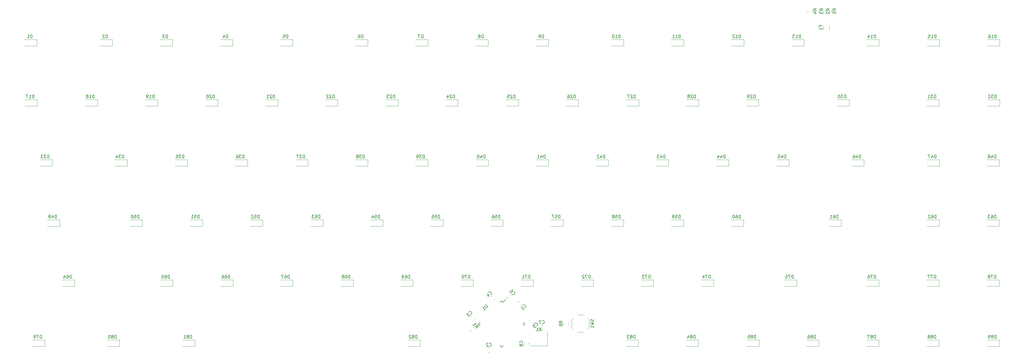
<source format=gbr>
%TF.GenerationSoftware,KiCad,Pcbnew,(5.1.6)-1*%
%TF.CreationDate,2020-11-27T09:17:25-06:00*%
%TF.ProjectId,zero-percent-keyboard,7a65726f-2d70-4657-9263-656e742d6b65,rev?*%
%TF.SameCoordinates,Original*%
%TF.FileFunction,Legend,Bot*%
%TF.FilePolarity,Positive*%
%FSLAX46Y46*%
G04 Gerber Fmt 4.6, Leading zero omitted, Abs format (unit mm)*
G04 Created by KiCad (PCBNEW (5.1.6)-1) date 2020-11-27 09:17:25*
%MOMM*%
%LPD*%
G01*
G04 APERTURE LIST*
%ADD10C,0.120000*%
%ADD11C,0.150000*%
G04 APERTURE END LIST*
D10*
%TO.C,D75*%
X294097000Y-122063000D02*
X294097000Y-124063000D01*
X294097000Y-124063000D02*
X290197000Y-124063000D01*
X294097000Y-122063000D02*
X290197000Y-122063000D01*
%TO.C,X1*%
X215118000Y-138559000D02*
X215118000Y-142959000D01*
X215118000Y-142959000D02*
X209718000Y-142959000D01*
D11*
%TO.C,U1*%
X201066586Y-129105031D02*
X201968148Y-128203470D01*
X193341445Y-136017000D02*
X193818742Y-135539703D01*
X200660000Y-143335555D02*
X201137297Y-142858258D01*
X207978555Y-136017000D02*
X207501258Y-136494297D01*
X200660000Y-128698445D02*
X200182703Y-129175742D01*
X207978555Y-136017000D02*
X207501258Y-135539703D01*
X200660000Y-143335555D02*
X200182703Y-142858258D01*
X193341445Y-136017000D02*
X193818742Y-136494297D01*
X200660000Y-128698445D02*
X201066586Y-129105031D01*
D10*
%TO.C,SW1*%
X228365500Y-137140000D02*
X228365500Y-134640000D01*
X226615500Y-138640000D02*
X224615500Y-138640000D01*
X222865500Y-137140000D02*
X222865500Y-134640000D01*
X226615500Y-133140000D02*
X224615500Y-133140000D01*
X227915500Y-137590000D02*
X228365500Y-137140000D01*
X227915500Y-134190000D02*
X228365500Y-134640000D01*
X223315500Y-134190000D02*
X222865500Y-134640000D01*
X223315500Y-137590000D02*
X222865500Y-137140000D01*
%TO.C,R6*%
X221753500Y-135619748D02*
X221753500Y-136142252D01*
X220333500Y-135619748D02*
X220333500Y-136142252D01*
%TO.C,R5*%
X303709000Y-37091252D02*
X303709000Y-36568748D01*
X305129000Y-37091252D02*
X305129000Y-36568748D01*
%TO.C,R4*%
X297613000Y-37100252D02*
X297613000Y-36577748D01*
X299033000Y-37100252D02*
X299033000Y-36577748D01*
%TO.C,R3*%
X299645000Y-37100252D02*
X299645000Y-36577748D01*
X301065000Y-37100252D02*
X301065000Y-36577748D01*
%TO.C,R2*%
X301677000Y-37100252D02*
X301677000Y-36577748D01*
X303097000Y-37100252D02*
X303097000Y-36577748D01*
%TO.C,R1*%
X190944687Y-138354779D02*
X190575221Y-137985313D01*
X191948779Y-137350687D02*
X191579313Y-136981221D01*
%TO.C,F1*%
X304440000Y-41398436D02*
X304440000Y-42602564D01*
X302620000Y-41398436D02*
X302620000Y-42602564D01*
%TO.C,D89*%
X358357000Y-141113000D02*
X354457000Y-141113000D01*
X358357000Y-143113000D02*
X354457000Y-143113000D01*
X358357000Y-141113000D02*
X358357000Y-143113000D01*
%TO.C,D88*%
X339181000Y-141113000D02*
X335281000Y-141113000D01*
X339181000Y-143113000D02*
X335281000Y-143113000D01*
X339181000Y-141113000D02*
X339181000Y-143113000D01*
%TO.C,D87*%
X320131000Y-141113000D02*
X316231000Y-141113000D01*
X320131000Y-143113000D02*
X316231000Y-143113000D01*
X320131000Y-141113000D02*
X320131000Y-143113000D01*
%TO.C,D86*%
X301081000Y-141113000D02*
X297181000Y-141113000D01*
X301081000Y-143113000D02*
X297181000Y-143113000D01*
X301081000Y-141113000D02*
X301081000Y-143113000D01*
%TO.C,D85*%
X282159000Y-141113000D02*
X278259000Y-141113000D01*
X282159000Y-143113000D02*
X278259000Y-143113000D01*
X282159000Y-141113000D02*
X282159000Y-143113000D01*
%TO.C,D84*%
X262981000Y-141113000D02*
X259081000Y-141113000D01*
X262981000Y-143113000D02*
X259081000Y-143113000D01*
X262981000Y-141113000D02*
X262981000Y-143113000D01*
%TO.C,D83*%
X243931000Y-141113000D02*
X240031000Y-141113000D01*
X243931000Y-143113000D02*
X240031000Y-143113000D01*
X243931000Y-141113000D02*
X243931000Y-143113000D01*
%TO.C,D82*%
X174843000Y-141113000D02*
X170943000Y-141113000D01*
X174843000Y-143113000D02*
X170943000Y-143113000D01*
X174843000Y-141113000D02*
X174843000Y-143113000D01*
%TO.C,D81*%
X103469000Y-141113000D02*
X99569000Y-141113000D01*
X103469000Y-143113000D02*
X99569000Y-143113000D01*
X103469000Y-141113000D02*
X103469000Y-143113000D01*
%TO.C,D80*%
X79593000Y-141113000D02*
X75693000Y-141113000D01*
X79593000Y-143113000D02*
X75693000Y-143113000D01*
X79593000Y-141113000D02*
X79593000Y-143113000D01*
%TO.C,D79*%
X55971000Y-141113000D02*
X52071000Y-141113000D01*
X55971000Y-143113000D02*
X52071000Y-143113000D01*
X55971000Y-141113000D02*
X55971000Y-143113000D01*
%TO.C,D78*%
X358231000Y-122063000D02*
X354331000Y-122063000D01*
X358231000Y-124063000D02*
X354331000Y-124063000D01*
X358231000Y-122063000D02*
X358231000Y-124063000D01*
%TO.C,D77*%
X339181000Y-122063000D02*
X335281000Y-122063000D01*
X339181000Y-124063000D02*
X335281000Y-124063000D01*
X339181000Y-122063000D02*
X339181000Y-124063000D01*
%TO.C,D76*%
X320131000Y-122063000D02*
X316231000Y-122063000D01*
X320131000Y-124063000D02*
X316231000Y-124063000D01*
X320131000Y-122063000D02*
X320131000Y-124063000D01*
%TO.C,D74*%
X267807000Y-122063000D02*
X263907000Y-122063000D01*
X267807000Y-124063000D02*
X263907000Y-124063000D01*
X267807000Y-122063000D02*
X267807000Y-124063000D01*
%TO.C,D73*%
X248757000Y-122063000D02*
X244857000Y-122063000D01*
X248757000Y-124063000D02*
X244857000Y-124063000D01*
X248757000Y-122063000D02*
X248757000Y-124063000D01*
%TO.C,D72*%
X229707000Y-122063000D02*
X225807000Y-122063000D01*
X229707000Y-124063000D02*
X225807000Y-124063000D01*
X229707000Y-122063000D02*
X229707000Y-124063000D01*
%TO.C,D71*%
X210657000Y-122063000D02*
X206757000Y-122063000D01*
X210657000Y-124063000D02*
X206757000Y-124063000D01*
X210657000Y-122063000D02*
X210657000Y-124063000D01*
%TO.C,D70*%
X191607000Y-122063000D02*
X187707000Y-122063000D01*
X191607000Y-124063000D02*
X187707000Y-124063000D01*
X191607000Y-122063000D02*
X191607000Y-124063000D01*
%TO.C,D69*%
X172557000Y-122063000D02*
X168657000Y-122063000D01*
X172557000Y-124063000D02*
X168657000Y-124063000D01*
X172557000Y-122063000D02*
X172557000Y-124063000D01*
%TO.C,D68*%
X153635000Y-122063000D02*
X149735000Y-122063000D01*
X153635000Y-124063000D02*
X149735000Y-124063000D01*
X153635000Y-122063000D02*
X153635000Y-124063000D01*
%TO.C,D67*%
X134457000Y-122063000D02*
X130557000Y-122063000D01*
X134457000Y-124063000D02*
X130557000Y-124063000D01*
X134457000Y-122063000D02*
X134457000Y-124063000D01*
%TO.C,D66*%
X115535000Y-122063000D02*
X111635000Y-122063000D01*
X115535000Y-124063000D02*
X111635000Y-124063000D01*
X115535000Y-122063000D02*
X115535000Y-124063000D01*
%TO.C,D65*%
X96483000Y-122063000D02*
X92583000Y-122063000D01*
X96483000Y-124063000D02*
X92583000Y-124063000D01*
X96483000Y-122063000D02*
X96483000Y-124063000D01*
%TO.C,D64*%
X65369000Y-122063000D02*
X61469000Y-122063000D01*
X65369000Y-124063000D02*
X61469000Y-124063000D01*
X65369000Y-122063000D02*
X65369000Y-124063000D01*
%TO.C,D63*%
X358231000Y-103013000D02*
X354331000Y-103013000D01*
X358231000Y-105013000D02*
X354331000Y-105013000D01*
X358231000Y-103013000D02*
X358231000Y-105013000D01*
%TO.C,D62*%
X339307000Y-103013000D02*
X335407000Y-103013000D01*
X339307000Y-105013000D02*
X335407000Y-105013000D01*
X339307000Y-103013000D02*
X339307000Y-105013000D01*
%TO.C,D61*%
X308193000Y-103013000D02*
X304293000Y-103013000D01*
X308193000Y-105013000D02*
X304293000Y-105013000D01*
X308193000Y-103013000D02*
X308193000Y-105013000D01*
%TO.C,D60*%
X277331000Y-103013000D02*
X273431000Y-103013000D01*
X277331000Y-105013000D02*
X273431000Y-105013000D01*
X277331000Y-103013000D02*
X277331000Y-105013000D01*
%TO.C,D59*%
X258283000Y-103013000D02*
X254383000Y-103013000D01*
X258283000Y-105013000D02*
X254383000Y-105013000D01*
X258283000Y-103013000D02*
X258283000Y-105013000D01*
%TO.C,D58*%
X239233000Y-103013000D02*
X235333000Y-103013000D01*
X239233000Y-105013000D02*
X235333000Y-105013000D01*
X239233000Y-103013000D02*
X239233000Y-105013000D01*
%TO.C,D57*%
X220183000Y-103013000D02*
X216283000Y-103013000D01*
X220183000Y-105013000D02*
X216283000Y-105013000D01*
X220183000Y-103013000D02*
X220183000Y-105013000D01*
%TO.C,D56*%
X201131000Y-103013000D02*
X197231000Y-103013000D01*
X201131000Y-105013000D02*
X197231000Y-105013000D01*
X201131000Y-103013000D02*
X201131000Y-105013000D01*
%TO.C,D55*%
X182083000Y-103013000D02*
X178183000Y-103013000D01*
X182083000Y-105013000D02*
X178183000Y-105013000D01*
X182083000Y-103013000D02*
X182083000Y-105013000D01*
%TO.C,D54*%
X163033000Y-103013000D02*
X159133000Y-103013000D01*
X163033000Y-105013000D02*
X159133000Y-105013000D01*
X163033000Y-103013000D02*
X163033000Y-105013000D01*
%TO.C,D53*%
X144109000Y-103013000D02*
X140209000Y-103013000D01*
X144109000Y-105013000D02*
X140209000Y-105013000D01*
X144109000Y-103013000D02*
X144109000Y-105013000D01*
%TO.C,D52*%
X124933000Y-103013000D02*
X121033000Y-103013000D01*
X124933000Y-105013000D02*
X121033000Y-105013000D01*
X124933000Y-103013000D02*
X124933000Y-105013000D01*
%TO.C,D51*%
X105883000Y-103013000D02*
X101983000Y-103013000D01*
X105883000Y-105013000D02*
X101983000Y-105013000D01*
X105883000Y-103013000D02*
X105883000Y-105013000D01*
%TO.C,D50*%
X86833000Y-103013000D02*
X82933000Y-103013000D01*
X86833000Y-105013000D02*
X82933000Y-105013000D01*
X86833000Y-103013000D02*
X86833000Y-105013000D01*
%TO.C,D49*%
X60671000Y-103013000D02*
X56771000Y-103013000D01*
X60671000Y-105013000D02*
X56771000Y-105013000D01*
X60671000Y-103013000D02*
X60671000Y-105013000D01*
%TO.C,D48*%
X358231000Y-83963000D02*
X354331000Y-83963000D01*
X358231000Y-85963000D02*
X354331000Y-85963000D01*
X358231000Y-83963000D02*
X358231000Y-85963000D01*
%TO.C,D47*%
X339309000Y-83963000D02*
X335409000Y-83963000D01*
X339309000Y-85963000D02*
X335409000Y-85963000D01*
X339309000Y-83963000D02*
X339309000Y-85963000D01*
%TO.C,D46*%
X315431000Y-83963000D02*
X311531000Y-83963000D01*
X315431000Y-85963000D02*
X311531000Y-85963000D01*
X315431000Y-83963000D02*
X315431000Y-85963000D01*
%TO.C,D45*%
X291683000Y-83963000D02*
X287783000Y-83963000D01*
X291683000Y-85963000D02*
X287783000Y-85963000D01*
X291683000Y-83963000D02*
X291683000Y-85963000D01*
%TO.C,D44*%
X272507000Y-83963000D02*
X268607000Y-83963000D01*
X272507000Y-85963000D02*
X268607000Y-85963000D01*
X272507000Y-83963000D02*
X272507000Y-85963000D01*
%TO.C,D43*%
X253457000Y-83963000D02*
X249557000Y-83963000D01*
X253457000Y-85963000D02*
X249557000Y-85963000D01*
X253457000Y-83963000D02*
X253457000Y-85963000D01*
%TO.C,D42*%
X234407000Y-83963000D02*
X230507000Y-83963000D01*
X234407000Y-85963000D02*
X230507000Y-85963000D01*
X234407000Y-83963000D02*
X234407000Y-85963000D01*
%TO.C,D41*%
X215483000Y-83963000D02*
X211583000Y-83963000D01*
X215483000Y-85963000D02*
X211583000Y-85963000D01*
X215483000Y-83963000D02*
X215483000Y-85963000D01*
%TO.C,D40*%
X196433000Y-83963000D02*
X192533000Y-83963000D01*
X196433000Y-85963000D02*
X192533000Y-85963000D01*
X196433000Y-83963000D02*
X196433000Y-85963000D01*
%TO.C,D39*%
X177257000Y-83963000D02*
X173357000Y-83963000D01*
X177257000Y-85963000D02*
X173357000Y-85963000D01*
X177257000Y-83963000D02*
X177257000Y-85963000D01*
%TO.C,D38*%
X158207000Y-83963000D02*
X154307000Y-83963000D01*
X158207000Y-85963000D02*
X154307000Y-85963000D01*
X158207000Y-83963000D02*
X158207000Y-85963000D01*
%TO.C,D37*%
X139283000Y-83963000D02*
X135383000Y-83963000D01*
X139283000Y-85963000D02*
X135383000Y-85963000D01*
X139283000Y-83963000D02*
X139283000Y-85963000D01*
%TO.C,D36*%
X120107000Y-83963000D02*
X116207000Y-83963000D01*
X120107000Y-85963000D02*
X116207000Y-85963000D01*
X120107000Y-83963000D02*
X120107000Y-85963000D01*
%TO.C,D35*%
X101057000Y-83963000D02*
X97157000Y-83963000D01*
X101057000Y-85963000D02*
X97157000Y-85963000D01*
X101057000Y-83963000D02*
X101057000Y-85963000D01*
%TO.C,D34*%
X82007000Y-83963000D02*
X78107000Y-83963000D01*
X82007000Y-85963000D02*
X78107000Y-85963000D01*
X82007000Y-83963000D02*
X82007000Y-85963000D01*
%TO.C,D33*%
X58257000Y-83963000D02*
X54357000Y-83963000D01*
X58257000Y-85963000D02*
X54357000Y-85963000D01*
X58257000Y-83963000D02*
X58257000Y-85963000D01*
%TO.C,D32*%
X358359000Y-64913000D02*
X354459000Y-64913000D01*
X358359000Y-66913000D02*
X354459000Y-66913000D01*
X358359000Y-64913000D02*
X358359000Y-66913000D01*
%TO.C,D31*%
X339181000Y-64913000D02*
X335281000Y-64913000D01*
X339181000Y-66913000D02*
X335281000Y-66913000D01*
X339181000Y-64913000D02*
X339181000Y-66913000D01*
%TO.C,D30*%
X310733000Y-64913000D02*
X306833000Y-64913000D01*
X310733000Y-66913000D02*
X306833000Y-66913000D01*
X310733000Y-64913000D02*
X310733000Y-66913000D01*
%TO.C,D29*%
X282031000Y-64913000D02*
X278131000Y-64913000D01*
X282031000Y-66913000D02*
X278131000Y-66913000D01*
X282031000Y-64913000D02*
X282031000Y-66913000D01*
%TO.C,D28*%
X263107000Y-64913000D02*
X259207000Y-64913000D01*
X263107000Y-66913000D02*
X259207000Y-66913000D01*
X263107000Y-64913000D02*
X263107000Y-66913000D01*
%TO.C,D27*%
X244059000Y-64913000D02*
X240159000Y-64913000D01*
X244059000Y-66913000D02*
X240159000Y-66913000D01*
X244059000Y-64913000D02*
X244059000Y-66913000D01*
%TO.C,D26*%
X225007000Y-64913000D02*
X221107000Y-64913000D01*
X225007000Y-66913000D02*
X221107000Y-66913000D01*
X225007000Y-64913000D02*
X225007000Y-66913000D01*
%TO.C,D25*%
X205959000Y-64913000D02*
X202059000Y-64913000D01*
X205959000Y-66913000D02*
X202059000Y-66913000D01*
X205959000Y-64913000D02*
X205959000Y-66913000D01*
%TO.C,D24*%
X186781000Y-64913000D02*
X182881000Y-64913000D01*
X186781000Y-66913000D02*
X182881000Y-66913000D01*
X186781000Y-64913000D02*
X186781000Y-66913000D01*
%TO.C,D23*%
X167859000Y-64913000D02*
X163959000Y-64913000D01*
X167859000Y-66913000D02*
X163959000Y-66913000D01*
X167859000Y-64913000D02*
X167859000Y-66913000D01*
%TO.C,D22*%
X148681000Y-64913000D02*
X144781000Y-64913000D01*
X148681000Y-66913000D02*
X144781000Y-66913000D01*
X148681000Y-64913000D02*
X148681000Y-66913000D01*
%TO.C,D21*%
X129759000Y-64913000D02*
X125859000Y-64913000D01*
X129759000Y-66913000D02*
X125859000Y-66913000D01*
X129759000Y-64913000D02*
X129759000Y-66913000D01*
%TO.C,D20*%
X110709000Y-64913000D02*
X106809000Y-64913000D01*
X110709000Y-66913000D02*
X106809000Y-66913000D01*
X110709000Y-64913000D02*
X110709000Y-66913000D01*
%TO.C,D19*%
X91659000Y-64913000D02*
X87759000Y-64913000D01*
X91659000Y-66913000D02*
X87759000Y-66913000D01*
X91659000Y-64913000D02*
X91659000Y-66913000D01*
%TO.C,D18*%
X72609000Y-64913000D02*
X68709000Y-64913000D01*
X72609000Y-66913000D02*
X68709000Y-66913000D01*
X72609000Y-64913000D02*
X72609000Y-66913000D01*
%TO.C,D17*%
X53559000Y-64913000D02*
X49659000Y-64913000D01*
X53559000Y-66913000D02*
X49659000Y-66913000D01*
X53559000Y-64913000D02*
X53559000Y-66913000D01*
%TO.C,D16*%
X358359000Y-45863000D02*
X354459000Y-45863000D01*
X358359000Y-47863000D02*
X354459000Y-47863000D01*
X358359000Y-45863000D02*
X358359000Y-47863000D01*
%TO.C,D15*%
X339309000Y-45863000D02*
X335409000Y-45863000D01*
X339309000Y-47863000D02*
X335409000Y-47863000D01*
X339309000Y-45863000D02*
X339309000Y-47863000D01*
%TO.C,D14*%
X320131000Y-45863000D02*
X316231000Y-45863000D01*
X320131000Y-47863000D02*
X316231000Y-47863000D01*
X320131000Y-45863000D02*
X320131000Y-47863000D01*
%TO.C,D13*%
X296383000Y-45863000D02*
X292483000Y-45863000D01*
X296383000Y-47863000D02*
X292483000Y-47863000D01*
X296383000Y-45863000D02*
X296383000Y-47863000D01*
%TO.C,D12*%
X277333000Y-45863000D02*
X273433000Y-45863000D01*
X277333000Y-47863000D02*
X273433000Y-47863000D01*
X277333000Y-45863000D02*
X277333000Y-47863000D01*
%TO.C,D11*%
X258283000Y-45863000D02*
X254383000Y-45863000D01*
X258283000Y-47863000D02*
X254383000Y-47863000D01*
X258283000Y-45863000D02*
X258283000Y-47863000D01*
%TO.C,D10*%
X239233000Y-45863000D02*
X235333000Y-45863000D01*
X239233000Y-47863000D02*
X235333000Y-47863000D01*
X239233000Y-45863000D02*
X239233000Y-47863000D01*
%TO.C,D9*%
X215483000Y-45863000D02*
X211583000Y-45863000D01*
X215483000Y-47863000D02*
X211583000Y-47863000D01*
X215483000Y-45863000D02*
X215483000Y-47863000D01*
%TO.C,D8*%
X196307000Y-45863000D02*
X192407000Y-45863000D01*
X196307000Y-47863000D02*
X192407000Y-47863000D01*
X196307000Y-45863000D02*
X196307000Y-47863000D01*
%TO.C,D7*%
X177257000Y-45863000D02*
X173357000Y-45863000D01*
X177257000Y-47863000D02*
X173357000Y-47863000D01*
X177257000Y-45863000D02*
X177257000Y-47863000D01*
%TO.C,D6*%
X158207000Y-45863000D02*
X154307000Y-45863000D01*
X158207000Y-47863000D02*
X154307000Y-47863000D01*
X158207000Y-45863000D02*
X158207000Y-47863000D01*
%TO.C,D5*%
X134457000Y-45863000D02*
X130557000Y-45863000D01*
X134457000Y-47863000D02*
X130557000Y-47863000D01*
X134457000Y-45863000D02*
X134457000Y-47863000D01*
%TO.C,D4*%
X115407000Y-45863000D02*
X111507000Y-45863000D01*
X115407000Y-47863000D02*
X111507000Y-47863000D01*
X115407000Y-45863000D02*
X115407000Y-47863000D01*
%TO.C,D3*%
X96357000Y-45863000D02*
X92457000Y-45863000D01*
X96357000Y-47863000D02*
X92457000Y-47863000D01*
X96357000Y-45863000D02*
X96357000Y-47863000D01*
%TO.C,D2*%
X77307000Y-45863000D02*
X73407000Y-45863000D01*
X77307000Y-47863000D02*
X73407000Y-47863000D01*
X77307000Y-45863000D02*
X77307000Y-47863000D01*
%TO.C,D1*%
X53431000Y-45863000D02*
X49531000Y-45863000D01*
X53431000Y-47863000D02*
X49531000Y-47863000D01*
X53431000Y-45863000D02*
X53431000Y-47863000D01*
%TO.C,C8*%
X209244000Y-141969748D02*
X209244000Y-142492252D01*
X207824000Y-141969748D02*
X207824000Y-142492252D01*
%TO.C,C7*%
X213630252Y-137870000D02*
X213107748Y-137870000D01*
X213630252Y-136450000D02*
X213107748Y-136450000D01*
%TO.C,C6*%
X202591471Y-127903563D02*
X202222005Y-127534097D01*
X203595563Y-126899471D02*
X203226097Y-126530005D01*
%TO.C,C5*%
X209535437Y-134974903D02*
X209904903Y-134605437D01*
X210539529Y-135978995D02*
X210908995Y-135609529D01*
%TO.C,C4*%
X198589995Y-128042097D02*
X198220529Y-128411563D01*
X197585903Y-127038005D02*
X197216437Y-127407471D01*
%TO.C,C3*%
X192366995Y-134265097D02*
X191997529Y-134634563D01*
X191362903Y-133261005D02*
X190993437Y-133630471D01*
%TO.C,C2*%
X196857252Y-144982000D02*
X196334748Y-144982000D01*
X196857252Y-143562000D02*
X196334748Y-143562000D01*
%TO.C,C1*%
X205725437Y-129185471D02*
X206094903Y-128816005D01*
X206729529Y-130189563D02*
X207098995Y-129820097D01*
%TO.C,D75*%
D11*
X293061285Y-121515380D02*
X293061285Y-120515380D01*
X292823190Y-120515380D01*
X292680333Y-120563000D01*
X292585095Y-120658238D01*
X292537476Y-120753476D01*
X292489857Y-120943952D01*
X292489857Y-121086809D01*
X292537476Y-121277285D01*
X292585095Y-121372523D01*
X292680333Y-121467761D01*
X292823190Y-121515380D01*
X293061285Y-121515380D01*
X292156523Y-120515380D02*
X291489857Y-120515380D01*
X291918428Y-121515380D01*
X290632714Y-120515380D02*
X291108904Y-120515380D01*
X291156523Y-120991571D01*
X291108904Y-120943952D01*
X291013666Y-120896333D01*
X290775571Y-120896333D01*
X290680333Y-120943952D01*
X290632714Y-120991571D01*
X290585095Y-121086809D01*
X290585095Y-121324904D01*
X290632714Y-121420142D01*
X290680333Y-121467761D01*
X290775571Y-121515380D01*
X291013666Y-121515380D01*
X291108904Y-121467761D01*
X291156523Y-121420142D01*
%TO.C,X1*%
X213227523Y-137211380D02*
X212560857Y-138211380D01*
X212560857Y-137211380D02*
X213227523Y-138211380D01*
X211656095Y-138211380D02*
X212227523Y-138211380D01*
X211941809Y-138211380D02*
X211941809Y-137211380D01*
X212037047Y-137354238D01*
X212132285Y-137449476D01*
X212227523Y-137497095D01*
%TO.C,U1*%
X195543576Y-129823080D02*
X196115996Y-130395500D01*
X196149668Y-130496515D01*
X196149668Y-130563859D01*
X196115996Y-130664874D01*
X195981309Y-130799561D01*
X195880294Y-130833233D01*
X195812950Y-130833233D01*
X195711935Y-130799561D01*
X195139515Y-130227141D01*
X195139515Y-131641355D02*
X195543576Y-131237294D01*
X195341546Y-131439324D02*
X194634439Y-130732218D01*
X194802798Y-130765889D01*
X194937485Y-130765889D01*
X195038500Y-130732218D01*
%TO.C,SW1*%
X229770261Y-134556666D02*
X229817880Y-134699523D01*
X229817880Y-134937619D01*
X229770261Y-135032857D01*
X229722642Y-135080476D01*
X229627404Y-135128095D01*
X229532166Y-135128095D01*
X229436928Y-135080476D01*
X229389309Y-135032857D01*
X229341690Y-134937619D01*
X229294071Y-134747142D01*
X229246452Y-134651904D01*
X229198833Y-134604285D01*
X229103595Y-134556666D01*
X229008357Y-134556666D01*
X228913119Y-134604285D01*
X228865500Y-134651904D01*
X228817880Y-134747142D01*
X228817880Y-134985238D01*
X228865500Y-135128095D01*
X228817880Y-135461428D02*
X229817880Y-135699523D01*
X229103595Y-135890000D01*
X229817880Y-136080476D01*
X228817880Y-136318571D01*
X229817880Y-137223333D02*
X229817880Y-136651904D01*
X229817880Y-136937619D02*
X228817880Y-136937619D01*
X228960738Y-136842380D01*
X229055976Y-136747142D01*
X229103595Y-136651904D01*
%TO.C,R6*%
X219845880Y-135714333D02*
X219369690Y-135381000D01*
X219845880Y-135142904D02*
X218845880Y-135142904D01*
X218845880Y-135523857D01*
X218893500Y-135619095D01*
X218941119Y-135666714D01*
X219036357Y-135714333D01*
X219179214Y-135714333D01*
X219274452Y-135666714D01*
X219322071Y-135619095D01*
X219369690Y-135523857D01*
X219369690Y-135142904D01*
X218845880Y-136571476D02*
X218845880Y-136381000D01*
X218893500Y-136285761D01*
X218941119Y-136238142D01*
X219083976Y-136142904D01*
X219274452Y-136095285D01*
X219655404Y-136095285D01*
X219750642Y-136142904D01*
X219798261Y-136190523D01*
X219845880Y-136285761D01*
X219845880Y-136476238D01*
X219798261Y-136571476D01*
X219750642Y-136619095D01*
X219655404Y-136666714D01*
X219417309Y-136666714D01*
X219322071Y-136619095D01*
X219274452Y-136571476D01*
X219226833Y-136476238D01*
X219226833Y-136285761D01*
X219274452Y-136190523D01*
X219322071Y-136142904D01*
X219417309Y-136095285D01*
%TO.C,R5*%
X306521380Y-36663333D02*
X306045190Y-36330000D01*
X306521380Y-36091904D02*
X305521380Y-36091904D01*
X305521380Y-36472857D01*
X305569000Y-36568095D01*
X305616619Y-36615714D01*
X305711857Y-36663333D01*
X305854714Y-36663333D01*
X305949952Y-36615714D01*
X305997571Y-36568095D01*
X306045190Y-36472857D01*
X306045190Y-36091904D01*
X305521380Y-37568095D02*
X305521380Y-37091904D01*
X305997571Y-37044285D01*
X305949952Y-37091904D01*
X305902333Y-37187142D01*
X305902333Y-37425238D01*
X305949952Y-37520476D01*
X305997571Y-37568095D01*
X306092809Y-37615714D01*
X306330904Y-37615714D01*
X306426142Y-37568095D01*
X306473761Y-37520476D01*
X306521380Y-37425238D01*
X306521380Y-37187142D01*
X306473761Y-37091904D01*
X306426142Y-37044285D01*
%TO.C,R4*%
X300425380Y-36672333D02*
X299949190Y-36339000D01*
X300425380Y-36100904D02*
X299425380Y-36100904D01*
X299425380Y-36481857D01*
X299473000Y-36577095D01*
X299520619Y-36624714D01*
X299615857Y-36672333D01*
X299758714Y-36672333D01*
X299853952Y-36624714D01*
X299901571Y-36577095D01*
X299949190Y-36481857D01*
X299949190Y-36100904D01*
X299758714Y-37529476D02*
X300425380Y-37529476D01*
X299377761Y-37291380D02*
X300092047Y-37053285D01*
X300092047Y-37672333D01*
%TO.C,R3*%
X302457380Y-36672333D02*
X301981190Y-36339000D01*
X302457380Y-36100904D02*
X301457380Y-36100904D01*
X301457380Y-36481857D01*
X301505000Y-36577095D01*
X301552619Y-36624714D01*
X301647857Y-36672333D01*
X301790714Y-36672333D01*
X301885952Y-36624714D01*
X301933571Y-36577095D01*
X301981190Y-36481857D01*
X301981190Y-36100904D01*
X301457380Y-37005666D02*
X301457380Y-37624714D01*
X301838333Y-37291380D01*
X301838333Y-37434238D01*
X301885952Y-37529476D01*
X301933571Y-37577095D01*
X302028809Y-37624714D01*
X302266904Y-37624714D01*
X302362142Y-37577095D01*
X302409761Y-37529476D01*
X302457380Y-37434238D01*
X302457380Y-37148523D01*
X302409761Y-37053285D01*
X302362142Y-37005666D01*
%TO.C,R2*%
X304489380Y-36672333D02*
X304013190Y-36339000D01*
X304489380Y-36100904D02*
X303489380Y-36100904D01*
X303489380Y-36481857D01*
X303537000Y-36577095D01*
X303584619Y-36624714D01*
X303679857Y-36672333D01*
X303822714Y-36672333D01*
X303917952Y-36624714D01*
X303965571Y-36577095D01*
X304013190Y-36481857D01*
X304013190Y-36100904D01*
X303584619Y-37053285D02*
X303537000Y-37100904D01*
X303489380Y-37196142D01*
X303489380Y-37434238D01*
X303537000Y-37529476D01*
X303584619Y-37577095D01*
X303679857Y-37624714D01*
X303775095Y-37624714D01*
X303917952Y-37577095D01*
X304489380Y-37005666D01*
X304489380Y-37624714D01*
%TO.C,R1*%
X192226695Y-136939006D02*
X192799115Y-136837991D01*
X192630756Y-137343067D02*
X193337863Y-136635961D01*
X193068489Y-136366586D01*
X192967474Y-136332915D01*
X192900130Y-136332915D01*
X192799115Y-136366586D01*
X192698100Y-136467602D01*
X192664428Y-136568617D01*
X192664428Y-136635961D01*
X192698100Y-136736976D01*
X192967474Y-137006350D01*
X191553260Y-136265571D02*
X191957321Y-136669632D01*
X191755290Y-136467602D02*
X192462397Y-135760495D01*
X192428726Y-135928854D01*
X192428726Y-136063541D01*
X192462397Y-136164556D01*
%TO.C,F1*%
X301638571Y-41667166D02*
X301638571Y-41333833D01*
X302162380Y-41333833D02*
X301162380Y-41333833D01*
X301162380Y-41810023D01*
X302162380Y-42714785D02*
X302162380Y-42143357D01*
X302162380Y-42429071D02*
X301162380Y-42429071D01*
X301305238Y-42333833D01*
X301400476Y-42238595D01*
X301448095Y-42143357D01*
%TO.C,D89*%
X357321285Y-140565380D02*
X357321285Y-139565380D01*
X357083190Y-139565380D01*
X356940333Y-139613000D01*
X356845095Y-139708238D01*
X356797476Y-139803476D01*
X356749857Y-139993952D01*
X356749857Y-140136809D01*
X356797476Y-140327285D01*
X356845095Y-140422523D01*
X356940333Y-140517761D01*
X357083190Y-140565380D01*
X357321285Y-140565380D01*
X356178428Y-139993952D02*
X356273666Y-139946333D01*
X356321285Y-139898714D01*
X356368904Y-139803476D01*
X356368904Y-139755857D01*
X356321285Y-139660619D01*
X356273666Y-139613000D01*
X356178428Y-139565380D01*
X355987952Y-139565380D01*
X355892714Y-139613000D01*
X355845095Y-139660619D01*
X355797476Y-139755857D01*
X355797476Y-139803476D01*
X355845095Y-139898714D01*
X355892714Y-139946333D01*
X355987952Y-139993952D01*
X356178428Y-139993952D01*
X356273666Y-140041571D01*
X356321285Y-140089190D01*
X356368904Y-140184428D01*
X356368904Y-140374904D01*
X356321285Y-140470142D01*
X356273666Y-140517761D01*
X356178428Y-140565380D01*
X355987952Y-140565380D01*
X355892714Y-140517761D01*
X355845095Y-140470142D01*
X355797476Y-140374904D01*
X355797476Y-140184428D01*
X355845095Y-140089190D01*
X355892714Y-140041571D01*
X355987952Y-139993952D01*
X355321285Y-140565380D02*
X355130809Y-140565380D01*
X355035571Y-140517761D01*
X354987952Y-140470142D01*
X354892714Y-140327285D01*
X354845095Y-140136809D01*
X354845095Y-139755857D01*
X354892714Y-139660619D01*
X354940333Y-139613000D01*
X355035571Y-139565380D01*
X355226047Y-139565380D01*
X355321285Y-139613000D01*
X355368904Y-139660619D01*
X355416523Y-139755857D01*
X355416523Y-139993952D01*
X355368904Y-140089190D01*
X355321285Y-140136809D01*
X355226047Y-140184428D01*
X355035571Y-140184428D01*
X354940333Y-140136809D01*
X354892714Y-140089190D01*
X354845095Y-139993952D01*
%TO.C,D88*%
X338145285Y-140565380D02*
X338145285Y-139565380D01*
X337907190Y-139565380D01*
X337764333Y-139613000D01*
X337669095Y-139708238D01*
X337621476Y-139803476D01*
X337573857Y-139993952D01*
X337573857Y-140136809D01*
X337621476Y-140327285D01*
X337669095Y-140422523D01*
X337764333Y-140517761D01*
X337907190Y-140565380D01*
X338145285Y-140565380D01*
X337002428Y-139993952D02*
X337097666Y-139946333D01*
X337145285Y-139898714D01*
X337192904Y-139803476D01*
X337192904Y-139755857D01*
X337145285Y-139660619D01*
X337097666Y-139613000D01*
X337002428Y-139565380D01*
X336811952Y-139565380D01*
X336716714Y-139613000D01*
X336669095Y-139660619D01*
X336621476Y-139755857D01*
X336621476Y-139803476D01*
X336669095Y-139898714D01*
X336716714Y-139946333D01*
X336811952Y-139993952D01*
X337002428Y-139993952D01*
X337097666Y-140041571D01*
X337145285Y-140089190D01*
X337192904Y-140184428D01*
X337192904Y-140374904D01*
X337145285Y-140470142D01*
X337097666Y-140517761D01*
X337002428Y-140565380D01*
X336811952Y-140565380D01*
X336716714Y-140517761D01*
X336669095Y-140470142D01*
X336621476Y-140374904D01*
X336621476Y-140184428D01*
X336669095Y-140089190D01*
X336716714Y-140041571D01*
X336811952Y-139993952D01*
X336050047Y-139993952D02*
X336145285Y-139946333D01*
X336192904Y-139898714D01*
X336240523Y-139803476D01*
X336240523Y-139755857D01*
X336192904Y-139660619D01*
X336145285Y-139613000D01*
X336050047Y-139565380D01*
X335859571Y-139565380D01*
X335764333Y-139613000D01*
X335716714Y-139660619D01*
X335669095Y-139755857D01*
X335669095Y-139803476D01*
X335716714Y-139898714D01*
X335764333Y-139946333D01*
X335859571Y-139993952D01*
X336050047Y-139993952D01*
X336145285Y-140041571D01*
X336192904Y-140089190D01*
X336240523Y-140184428D01*
X336240523Y-140374904D01*
X336192904Y-140470142D01*
X336145285Y-140517761D01*
X336050047Y-140565380D01*
X335859571Y-140565380D01*
X335764333Y-140517761D01*
X335716714Y-140470142D01*
X335669095Y-140374904D01*
X335669095Y-140184428D01*
X335716714Y-140089190D01*
X335764333Y-140041571D01*
X335859571Y-139993952D01*
%TO.C,D87*%
X319095285Y-140565380D02*
X319095285Y-139565380D01*
X318857190Y-139565380D01*
X318714333Y-139613000D01*
X318619095Y-139708238D01*
X318571476Y-139803476D01*
X318523857Y-139993952D01*
X318523857Y-140136809D01*
X318571476Y-140327285D01*
X318619095Y-140422523D01*
X318714333Y-140517761D01*
X318857190Y-140565380D01*
X319095285Y-140565380D01*
X317952428Y-139993952D02*
X318047666Y-139946333D01*
X318095285Y-139898714D01*
X318142904Y-139803476D01*
X318142904Y-139755857D01*
X318095285Y-139660619D01*
X318047666Y-139613000D01*
X317952428Y-139565380D01*
X317761952Y-139565380D01*
X317666714Y-139613000D01*
X317619095Y-139660619D01*
X317571476Y-139755857D01*
X317571476Y-139803476D01*
X317619095Y-139898714D01*
X317666714Y-139946333D01*
X317761952Y-139993952D01*
X317952428Y-139993952D01*
X318047666Y-140041571D01*
X318095285Y-140089190D01*
X318142904Y-140184428D01*
X318142904Y-140374904D01*
X318095285Y-140470142D01*
X318047666Y-140517761D01*
X317952428Y-140565380D01*
X317761952Y-140565380D01*
X317666714Y-140517761D01*
X317619095Y-140470142D01*
X317571476Y-140374904D01*
X317571476Y-140184428D01*
X317619095Y-140089190D01*
X317666714Y-140041571D01*
X317761952Y-139993952D01*
X317238142Y-139565380D02*
X316571476Y-139565380D01*
X317000047Y-140565380D01*
%TO.C,D86*%
X300045285Y-140565380D02*
X300045285Y-139565380D01*
X299807190Y-139565380D01*
X299664333Y-139613000D01*
X299569095Y-139708238D01*
X299521476Y-139803476D01*
X299473857Y-139993952D01*
X299473857Y-140136809D01*
X299521476Y-140327285D01*
X299569095Y-140422523D01*
X299664333Y-140517761D01*
X299807190Y-140565380D01*
X300045285Y-140565380D01*
X298902428Y-139993952D02*
X298997666Y-139946333D01*
X299045285Y-139898714D01*
X299092904Y-139803476D01*
X299092904Y-139755857D01*
X299045285Y-139660619D01*
X298997666Y-139613000D01*
X298902428Y-139565380D01*
X298711952Y-139565380D01*
X298616714Y-139613000D01*
X298569095Y-139660619D01*
X298521476Y-139755857D01*
X298521476Y-139803476D01*
X298569095Y-139898714D01*
X298616714Y-139946333D01*
X298711952Y-139993952D01*
X298902428Y-139993952D01*
X298997666Y-140041571D01*
X299045285Y-140089190D01*
X299092904Y-140184428D01*
X299092904Y-140374904D01*
X299045285Y-140470142D01*
X298997666Y-140517761D01*
X298902428Y-140565380D01*
X298711952Y-140565380D01*
X298616714Y-140517761D01*
X298569095Y-140470142D01*
X298521476Y-140374904D01*
X298521476Y-140184428D01*
X298569095Y-140089190D01*
X298616714Y-140041571D01*
X298711952Y-139993952D01*
X297664333Y-139565380D02*
X297854809Y-139565380D01*
X297950047Y-139613000D01*
X297997666Y-139660619D01*
X298092904Y-139803476D01*
X298140523Y-139993952D01*
X298140523Y-140374904D01*
X298092904Y-140470142D01*
X298045285Y-140517761D01*
X297950047Y-140565380D01*
X297759571Y-140565380D01*
X297664333Y-140517761D01*
X297616714Y-140470142D01*
X297569095Y-140374904D01*
X297569095Y-140136809D01*
X297616714Y-140041571D01*
X297664333Y-139993952D01*
X297759571Y-139946333D01*
X297950047Y-139946333D01*
X298045285Y-139993952D01*
X298092904Y-140041571D01*
X298140523Y-140136809D01*
%TO.C,D85*%
X281123285Y-140565380D02*
X281123285Y-139565380D01*
X280885190Y-139565380D01*
X280742333Y-139613000D01*
X280647095Y-139708238D01*
X280599476Y-139803476D01*
X280551857Y-139993952D01*
X280551857Y-140136809D01*
X280599476Y-140327285D01*
X280647095Y-140422523D01*
X280742333Y-140517761D01*
X280885190Y-140565380D01*
X281123285Y-140565380D01*
X279980428Y-139993952D02*
X280075666Y-139946333D01*
X280123285Y-139898714D01*
X280170904Y-139803476D01*
X280170904Y-139755857D01*
X280123285Y-139660619D01*
X280075666Y-139613000D01*
X279980428Y-139565380D01*
X279789952Y-139565380D01*
X279694714Y-139613000D01*
X279647095Y-139660619D01*
X279599476Y-139755857D01*
X279599476Y-139803476D01*
X279647095Y-139898714D01*
X279694714Y-139946333D01*
X279789952Y-139993952D01*
X279980428Y-139993952D01*
X280075666Y-140041571D01*
X280123285Y-140089190D01*
X280170904Y-140184428D01*
X280170904Y-140374904D01*
X280123285Y-140470142D01*
X280075666Y-140517761D01*
X279980428Y-140565380D01*
X279789952Y-140565380D01*
X279694714Y-140517761D01*
X279647095Y-140470142D01*
X279599476Y-140374904D01*
X279599476Y-140184428D01*
X279647095Y-140089190D01*
X279694714Y-140041571D01*
X279789952Y-139993952D01*
X278694714Y-139565380D02*
X279170904Y-139565380D01*
X279218523Y-140041571D01*
X279170904Y-139993952D01*
X279075666Y-139946333D01*
X278837571Y-139946333D01*
X278742333Y-139993952D01*
X278694714Y-140041571D01*
X278647095Y-140136809D01*
X278647095Y-140374904D01*
X278694714Y-140470142D01*
X278742333Y-140517761D01*
X278837571Y-140565380D01*
X279075666Y-140565380D01*
X279170904Y-140517761D01*
X279218523Y-140470142D01*
%TO.C,D84*%
X261945285Y-140565380D02*
X261945285Y-139565380D01*
X261707190Y-139565380D01*
X261564333Y-139613000D01*
X261469095Y-139708238D01*
X261421476Y-139803476D01*
X261373857Y-139993952D01*
X261373857Y-140136809D01*
X261421476Y-140327285D01*
X261469095Y-140422523D01*
X261564333Y-140517761D01*
X261707190Y-140565380D01*
X261945285Y-140565380D01*
X260802428Y-139993952D02*
X260897666Y-139946333D01*
X260945285Y-139898714D01*
X260992904Y-139803476D01*
X260992904Y-139755857D01*
X260945285Y-139660619D01*
X260897666Y-139613000D01*
X260802428Y-139565380D01*
X260611952Y-139565380D01*
X260516714Y-139613000D01*
X260469095Y-139660619D01*
X260421476Y-139755857D01*
X260421476Y-139803476D01*
X260469095Y-139898714D01*
X260516714Y-139946333D01*
X260611952Y-139993952D01*
X260802428Y-139993952D01*
X260897666Y-140041571D01*
X260945285Y-140089190D01*
X260992904Y-140184428D01*
X260992904Y-140374904D01*
X260945285Y-140470142D01*
X260897666Y-140517761D01*
X260802428Y-140565380D01*
X260611952Y-140565380D01*
X260516714Y-140517761D01*
X260469095Y-140470142D01*
X260421476Y-140374904D01*
X260421476Y-140184428D01*
X260469095Y-140089190D01*
X260516714Y-140041571D01*
X260611952Y-139993952D01*
X259564333Y-139898714D02*
X259564333Y-140565380D01*
X259802428Y-139517761D02*
X260040523Y-140232047D01*
X259421476Y-140232047D01*
%TO.C,D83*%
X242895285Y-140565380D02*
X242895285Y-139565380D01*
X242657190Y-139565380D01*
X242514333Y-139613000D01*
X242419095Y-139708238D01*
X242371476Y-139803476D01*
X242323857Y-139993952D01*
X242323857Y-140136809D01*
X242371476Y-140327285D01*
X242419095Y-140422523D01*
X242514333Y-140517761D01*
X242657190Y-140565380D01*
X242895285Y-140565380D01*
X241752428Y-139993952D02*
X241847666Y-139946333D01*
X241895285Y-139898714D01*
X241942904Y-139803476D01*
X241942904Y-139755857D01*
X241895285Y-139660619D01*
X241847666Y-139613000D01*
X241752428Y-139565380D01*
X241561952Y-139565380D01*
X241466714Y-139613000D01*
X241419095Y-139660619D01*
X241371476Y-139755857D01*
X241371476Y-139803476D01*
X241419095Y-139898714D01*
X241466714Y-139946333D01*
X241561952Y-139993952D01*
X241752428Y-139993952D01*
X241847666Y-140041571D01*
X241895285Y-140089190D01*
X241942904Y-140184428D01*
X241942904Y-140374904D01*
X241895285Y-140470142D01*
X241847666Y-140517761D01*
X241752428Y-140565380D01*
X241561952Y-140565380D01*
X241466714Y-140517761D01*
X241419095Y-140470142D01*
X241371476Y-140374904D01*
X241371476Y-140184428D01*
X241419095Y-140089190D01*
X241466714Y-140041571D01*
X241561952Y-139993952D01*
X241038142Y-139565380D02*
X240419095Y-139565380D01*
X240752428Y-139946333D01*
X240609571Y-139946333D01*
X240514333Y-139993952D01*
X240466714Y-140041571D01*
X240419095Y-140136809D01*
X240419095Y-140374904D01*
X240466714Y-140470142D01*
X240514333Y-140517761D01*
X240609571Y-140565380D01*
X240895285Y-140565380D01*
X240990523Y-140517761D01*
X241038142Y-140470142D01*
%TO.C,D82*%
X173807285Y-140565380D02*
X173807285Y-139565380D01*
X173569190Y-139565380D01*
X173426333Y-139613000D01*
X173331095Y-139708238D01*
X173283476Y-139803476D01*
X173235857Y-139993952D01*
X173235857Y-140136809D01*
X173283476Y-140327285D01*
X173331095Y-140422523D01*
X173426333Y-140517761D01*
X173569190Y-140565380D01*
X173807285Y-140565380D01*
X172664428Y-139993952D02*
X172759666Y-139946333D01*
X172807285Y-139898714D01*
X172854904Y-139803476D01*
X172854904Y-139755857D01*
X172807285Y-139660619D01*
X172759666Y-139613000D01*
X172664428Y-139565380D01*
X172473952Y-139565380D01*
X172378714Y-139613000D01*
X172331095Y-139660619D01*
X172283476Y-139755857D01*
X172283476Y-139803476D01*
X172331095Y-139898714D01*
X172378714Y-139946333D01*
X172473952Y-139993952D01*
X172664428Y-139993952D01*
X172759666Y-140041571D01*
X172807285Y-140089190D01*
X172854904Y-140184428D01*
X172854904Y-140374904D01*
X172807285Y-140470142D01*
X172759666Y-140517761D01*
X172664428Y-140565380D01*
X172473952Y-140565380D01*
X172378714Y-140517761D01*
X172331095Y-140470142D01*
X172283476Y-140374904D01*
X172283476Y-140184428D01*
X172331095Y-140089190D01*
X172378714Y-140041571D01*
X172473952Y-139993952D01*
X171902523Y-139660619D02*
X171854904Y-139613000D01*
X171759666Y-139565380D01*
X171521571Y-139565380D01*
X171426333Y-139613000D01*
X171378714Y-139660619D01*
X171331095Y-139755857D01*
X171331095Y-139851095D01*
X171378714Y-139993952D01*
X171950142Y-140565380D01*
X171331095Y-140565380D01*
%TO.C,D81*%
X102433285Y-140565380D02*
X102433285Y-139565380D01*
X102195190Y-139565380D01*
X102052333Y-139613000D01*
X101957095Y-139708238D01*
X101909476Y-139803476D01*
X101861857Y-139993952D01*
X101861857Y-140136809D01*
X101909476Y-140327285D01*
X101957095Y-140422523D01*
X102052333Y-140517761D01*
X102195190Y-140565380D01*
X102433285Y-140565380D01*
X101290428Y-139993952D02*
X101385666Y-139946333D01*
X101433285Y-139898714D01*
X101480904Y-139803476D01*
X101480904Y-139755857D01*
X101433285Y-139660619D01*
X101385666Y-139613000D01*
X101290428Y-139565380D01*
X101099952Y-139565380D01*
X101004714Y-139613000D01*
X100957095Y-139660619D01*
X100909476Y-139755857D01*
X100909476Y-139803476D01*
X100957095Y-139898714D01*
X101004714Y-139946333D01*
X101099952Y-139993952D01*
X101290428Y-139993952D01*
X101385666Y-140041571D01*
X101433285Y-140089190D01*
X101480904Y-140184428D01*
X101480904Y-140374904D01*
X101433285Y-140470142D01*
X101385666Y-140517761D01*
X101290428Y-140565380D01*
X101099952Y-140565380D01*
X101004714Y-140517761D01*
X100957095Y-140470142D01*
X100909476Y-140374904D01*
X100909476Y-140184428D01*
X100957095Y-140089190D01*
X101004714Y-140041571D01*
X101099952Y-139993952D01*
X99957095Y-140565380D02*
X100528523Y-140565380D01*
X100242809Y-140565380D02*
X100242809Y-139565380D01*
X100338047Y-139708238D01*
X100433285Y-139803476D01*
X100528523Y-139851095D01*
%TO.C,D80*%
X78557285Y-140565380D02*
X78557285Y-139565380D01*
X78319190Y-139565380D01*
X78176333Y-139613000D01*
X78081095Y-139708238D01*
X78033476Y-139803476D01*
X77985857Y-139993952D01*
X77985857Y-140136809D01*
X78033476Y-140327285D01*
X78081095Y-140422523D01*
X78176333Y-140517761D01*
X78319190Y-140565380D01*
X78557285Y-140565380D01*
X77414428Y-139993952D02*
X77509666Y-139946333D01*
X77557285Y-139898714D01*
X77604904Y-139803476D01*
X77604904Y-139755857D01*
X77557285Y-139660619D01*
X77509666Y-139613000D01*
X77414428Y-139565380D01*
X77223952Y-139565380D01*
X77128714Y-139613000D01*
X77081095Y-139660619D01*
X77033476Y-139755857D01*
X77033476Y-139803476D01*
X77081095Y-139898714D01*
X77128714Y-139946333D01*
X77223952Y-139993952D01*
X77414428Y-139993952D01*
X77509666Y-140041571D01*
X77557285Y-140089190D01*
X77604904Y-140184428D01*
X77604904Y-140374904D01*
X77557285Y-140470142D01*
X77509666Y-140517761D01*
X77414428Y-140565380D01*
X77223952Y-140565380D01*
X77128714Y-140517761D01*
X77081095Y-140470142D01*
X77033476Y-140374904D01*
X77033476Y-140184428D01*
X77081095Y-140089190D01*
X77128714Y-140041571D01*
X77223952Y-139993952D01*
X76414428Y-139565380D02*
X76319190Y-139565380D01*
X76223952Y-139613000D01*
X76176333Y-139660619D01*
X76128714Y-139755857D01*
X76081095Y-139946333D01*
X76081095Y-140184428D01*
X76128714Y-140374904D01*
X76176333Y-140470142D01*
X76223952Y-140517761D01*
X76319190Y-140565380D01*
X76414428Y-140565380D01*
X76509666Y-140517761D01*
X76557285Y-140470142D01*
X76604904Y-140374904D01*
X76652523Y-140184428D01*
X76652523Y-139946333D01*
X76604904Y-139755857D01*
X76557285Y-139660619D01*
X76509666Y-139613000D01*
X76414428Y-139565380D01*
%TO.C,D79*%
X54935285Y-140565380D02*
X54935285Y-139565380D01*
X54697190Y-139565380D01*
X54554333Y-139613000D01*
X54459095Y-139708238D01*
X54411476Y-139803476D01*
X54363857Y-139993952D01*
X54363857Y-140136809D01*
X54411476Y-140327285D01*
X54459095Y-140422523D01*
X54554333Y-140517761D01*
X54697190Y-140565380D01*
X54935285Y-140565380D01*
X54030523Y-139565380D02*
X53363857Y-139565380D01*
X53792428Y-140565380D01*
X52935285Y-140565380D02*
X52744809Y-140565380D01*
X52649571Y-140517761D01*
X52601952Y-140470142D01*
X52506714Y-140327285D01*
X52459095Y-140136809D01*
X52459095Y-139755857D01*
X52506714Y-139660619D01*
X52554333Y-139613000D01*
X52649571Y-139565380D01*
X52840047Y-139565380D01*
X52935285Y-139613000D01*
X52982904Y-139660619D01*
X53030523Y-139755857D01*
X53030523Y-139993952D01*
X52982904Y-140089190D01*
X52935285Y-140136809D01*
X52840047Y-140184428D01*
X52649571Y-140184428D01*
X52554333Y-140136809D01*
X52506714Y-140089190D01*
X52459095Y-139993952D01*
%TO.C,D78*%
X357195285Y-121515380D02*
X357195285Y-120515380D01*
X356957190Y-120515380D01*
X356814333Y-120563000D01*
X356719095Y-120658238D01*
X356671476Y-120753476D01*
X356623857Y-120943952D01*
X356623857Y-121086809D01*
X356671476Y-121277285D01*
X356719095Y-121372523D01*
X356814333Y-121467761D01*
X356957190Y-121515380D01*
X357195285Y-121515380D01*
X356290523Y-120515380D02*
X355623857Y-120515380D01*
X356052428Y-121515380D01*
X355100047Y-120943952D02*
X355195285Y-120896333D01*
X355242904Y-120848714D01*
X355290523Y-120753476D01*
X355290523Y-120705857D01*
X355242904Y-120610619D01*
X355195285Y-120563000D01*
X355100047Y-120515380D01*
X354909571Y-120515380D01*
X354814333Y-120563000D01*
X354766714Y-120610619D01*
X354719095Y-120705857D01*
X354719095Y-120753476D01*
X354766714Y-120848714D01*
X354814333Y-120896333D01*
X354909571Y-120943952D01*
X355100047Y-120943952D01*
X355195285Y-120991571D01*
X355242904Y-121039190D01*
X355290523Y-121134428D01*
X355290523Y-121324904D01*
X355242904Y-121420142D01*
X355195285Y-121467761D01*
X355100047Y-121515380D01*
X354909571Y-121515380D01*
X354814333Y-121467761D01*
X354766714Y-121420142D01*
X354719095Y-121324904D01*
X354719095Y-121134428D01*
X354766714Y-121039190D01*
X354814333Y-120991571D01*
X354909571Y-120943952D01*
%TO.C,D77*%
X338145285Y-121515380D02*
X338145285Y-120515380D01*
X337907190Y-120515380D01*
X337764333Y-120563000D01*
X337669095Y-120658238D01*
X337621476Y-120753476D01*
X337573857Y-120943952D01*
X337573857Y-121086809D01*
X337621476Y-121277285D01*
X337669095Y-121372523D01*
X337764333Y-121467761D01*
X337907190Y-121515380D01*
X338145285Y-121515380D01*
X337240523Y-120515380D02*
X336573857Y-120515380D01*
X337002428Y-121515380D01*
X336288142Y-120515380D02*
X335621476Y-120515380D01*
X336050047Y-121515380D01*
%TO.C,D76*%
X319095285Y-121515380D02*
X319095285Y-120515380D01*
X318857190Y-120515380D01*
X318714333Y-120563000D01*
X318619095Y-120658238D01*
X318571476Y-120753476D01*
X318523857Y-120943952D01*
X318523857Y-121086809D01*
X318571476Y-121277285D01*
X318619095Y-121372523D01*
X318714333Y-121467761D01*
X318857190Y-121515380D01*
X319095285Y-121515380D01*
X318190523Y-120515380D02*
X317523857Y-120515380D01*
X317952428Y-121515380D01*
X316714333Y-120515380D02*
X316904809Y-120515380D01*
X317000047Y-120563000D01*
X317047666Y-120610619D01*
X317142904Y-120753476D01*
X317190523Y-120943952D01*
X317190523Y-121324904D01*
X317142904Y-121420142D01*
X317095285Y-121467761D01*
X317000047Y-121515380D01*
X316809571Y-121515380D01*
X316714333Y-121467761D01*
X316666714Y-121420142D01*
X316619095Y-121324904D01*
X316619095Y-121086809D01*
X316666714Y-120991571D01*
X316714333Y-120943952D01*
X316809571Y-120896333D01*
X317000047Y-120896333D01*
X317095285Y-120943952D01*
X317142904Y-120991571D01*
X317190523Y-121086809D01*
%TO.C,D74*%
X266771285Y-121515380D02*
X266771285Y-120515380D01*
X266533190Y-120515380D01*
X266390333Y-120563000D01*
X266295095Y-120658238D01*
X266247476Y-120753476D01*
X266199857Y-120943952D01*
X266199857Y-121086809D01*
X266247476Y-121277285D01*
X266295095Y-121372523D01*
X266390333Y-121467761D01*
X266533190Y-121515380D01*
X266771285Y-121515380D01*
X265866523Y-120515380D02*
X265199857Y-120515380D01*
X265628428Y-121515380D01*
X264390333Y-120848714D02*
X264390333Y-121515380D01*
X264628428Y-120467761D02*
X264866523Y-121182047D01*
X264247476Y-121182047D01*
%TO.C,D73*%
X247721285Y-121515380D02*
X247721285Y-120515380D01*
X247483190Y-120515380D01*
X247340333Y-120563000D01*
X247245095Y-120658238D01*
X247197476Y-120753476D01*
X247149857Y-120943952D01*
X247149857Y-121086809D01*
X247197476Y-121277285D01*
X247245095Y-121372523D01*
X247340333Y-121467761D01*
X247483190Y-121515380D01*
X247721285Y-121515380D01*
X246816523Y-120515380D02*
X246149857Y-120515380D01*
X246578428Y-121515380D01*
X245864142Y-120515380D02*
X245245095Y-120515380D01*
X245578428Y-120896333D01*
X245435571Y-120896333D01*
X245340333Y-120943952D01*
X245292714Y-120991571D01*
X245245095Y-121086809D01*
X245245095Y-121324904D01*
X245292714Y-121420142D01*
X245340333Y-121467761D01*
X245435571Y-121515380D01*
X245721285Y-121515380D01*
X245816523Y-121467761D01*
X245864142Y-121420142D01*
%TO.C,D72*%
X228671285Y-121515380D02*
X228671285Y-120515380D01*
X228433190Y-120515380D01*
X228290333Y-120563000D01*
X228195095Y-120658238D01*
X228147476Y-120753476D01*
X228099857Y-120943952D01*
X228099857Y-121086809D01*
X228147476Y-121277285D01*
X228195095Y-121372523D01*
X228290333Y-121467761D01*
X228433190Y-121515380D01*
X228671285Y-121515380D01*
X227766523Y-120515380D02*
X227099857Y-120515380D01*
X227528428Y-121515380D01*
X226766523Y-120610619D02*
X226718904Y-120563000D01*
X226623666Y-120515380D01*
X226385571Y-120515380D01*
X226290333Y-120563000D01*
X226242714Y-120610619D01*
X226195095Y-120705857D01*
X226195095Y-120801095D01*
X226242714Y-120943952D01*
X226814142Y-121515380D01*
X226195095Y-121515380D01*
%TO.C,D71*%
X209621285Y-121515380D02*
X209621285Y-120515380D01*
X209383190Y-120515380D01*
X209240333Y-120563000D01*
X209145095Y-120658238D01*
X209097476Y-120753476D01*
X209049857Y-120943952D01*
X209049857Y-121086809D01*
X209097476Y-121277285D01*
X209145095Y-121372523D01*
X209240333Y-121467761D01*
X209383190Y-121515380D01*
X209621285Y-121515380D01*
X208716523Y-120515380D02*
X208049857Y-120515380D01*
X208478428Y-121515380D01*
X207145095Y-121515380D02*
X207716523Y-121515380D01*
X207430809Y-121515380D02*
X207430809Y-120515380D01*
X207526047Y-120658238D01*
X207621285Y-120753476D01*
X207716523Y-120801095D01*
%TO.C,D70*%
X190571285Y-121515380D02*
X190571285Y-120515380D01*
X190333190Y-120515380D01*
X190190333Y-120563000D01*
X190095095Y-120658238D01*
X190047476Y-120753476D01*
X189999857Y-120943952D01*
X189999857Y-121086809D01*
X190047476Y-121277285D01*
X190095095Y-121372523D01*
X190190333Y-121467761D01*
X190333190Y-121515380D01*
X190571285Y-121515380D01*
X189666523Y-120515380D02*
X188999857Y-120515380D01*
X189428428Y-121515380D01*
X188428428Y-120515380D02*
X188333190Y-120515380D01*
X188237952Y-120563000D01*
X188190333Y-120610619D01*
X188142714Y-120705857D01*
X188095095Y-120896333D01*
X188095095Y-121134428D01*
X188142714Y-121324904D01*
X188190333Y-121420142D01*
X188237952Y-121467761D01*
X188333190Y-121515380D01*
X188428428Y-121515380D01*
X188523666Y-121467761D01*
X188571285Y-121420142D01*
X188618904Y-121324904D01*
X188666523Y-121134428D01*
X188666523Y-120896333D01*
X188618904Y-120705857D01*
X188571285Y-120610619D01*
X188523666Y-120563000D01*
X188428428Y-120515380D01*
%TO.C,D69*%
X171521285Y-121515380D02*
X171521285Y-120515380D01*
X171283190Y-120515380D01*
X171140333Y-120563000D01*
X171045095Y-120658238D01*
X170997476Y-120753476D01*
X170949857Y-120943952D01*
X170949857Y-121086809D01*
X170997476Y-121277285D01*
X171045095Y-121372523D01*
X171140333Y-121467761D01*
X171283190Y-121515380D01*
X171521285Y-121515380D01*
X170092714Y-120515380D02*
X170283190Y-120515380D01*
X170378428Y-120563000D01*
X170426047Y-120610619D01*
X170521285Y-120753476D01*
X170568904Y-120943952D01*
X170568904Y-121324904D01*
X170521285Y-121420142D01*
X170473666Y-121467761D01*
X170378428Y-121515380D01*
X170187952Y-121515380D01*
X170092714Y-121467761D01*
X170045095Y-121420142D01*
X169997476Y-121324904D01*
X169997476Y-121086809D01*
X170045095Y-120991571D01*
X170092714Y-120943952D01*
X170187952Y-120896333D01*
X170378428Y-120896333D01*
X170473666Y-120943952D01*
X170521285Y-120991571D01*
X170568904Y-121086809D01*
X169521285Y-121515380D02*
X169330809Y-121515380D01*
X169235571Y-121467761D01*
X169187952Y-121420142D01*
X169092714Y-121277285D01*
X169045095Y-121086809D01*
X169045095Y-120705857D01*
X169092714Y-120610619D01*
X169140333Y-120563000D01*
X169235571Y-120515380D01*
X169426047Y-120515380D01*
X169521285Y-120563000D01*
X169568904Y-120610619D01*
X169616523Y-120705857D01*
X169616523Y-120943952D01*
X169568904Y-121039190D01*
X169521285Y-121086809D01*
X169426047Y-121134428D01*
X169235571Y-121134428D01*
X169140333Y-121086809D01*
X169092714Y-121039190D01*
X169045095Y-120943952D01*
%TO.C,D68*%
X152599285Y-121515380D02*
X152599285Y-120515380D01*
X152361190Y-120515380D01*
X152218333Y-120563000D01*
X152123095Y-120658238D01*
X152075476Y-120753476D01*
X152027857Y-120943952D01*
X152027857Y-121086809D01*
X152075476Y-121277285D01*
X152123095Y-121372523D01*
X152218333Y-121467761D01*
X152361190Y-121515380D01*
X152599285Y-121515380D01*
X151170714Y-120515380D02*
X151361190Y-120515380D01*
X151456428Y-120563000D01*
X151504047Y-120610619D01*
X151599285Y-120753476D01*
X151646904Y-120943952D01*
X151646904Y-121324904D01*
X151599285Y-121420142D01*
X151551666Y-121467761D01*
X151456428Y-121515380D01*
X151265952Y-121515380D01*
X151170714Y-121467761D01*
X151123095Y-121420142D01*
X151075476Y-121324904D01*
X151075476Y-121086809D01*
X151123095Y-120991571D01*
X151170714Y-120943952D01*
X151265952Y-120896333D01*
X151456428Y-120896333D01*
X151551666Y-120943952D01*
X151599285Y-120991571D01*
X151646904Y-121086809D01*
X150504047Y-120943952D02*
X150599285Y-120896333D01*
X150646904Y-120848714D01*
X150694523Y-120753476D01*
X150694523Y-120705857D01*
X150646904Y-120610619D01*
X150599285Y-120563000D01*
X150504047Y-120515380D01*
X150313571Y-120515380D01*
X150218333Y-120563000D01*
X150170714Y-120610619D01*
X150123095Y-120705857D01*
X150123095Y-120753476D01*
X150170714Y-120848714D01*
X150218333Y-120896333D01*
X150313571Y-120943952D01*
X150504047Y-120943952D01*
X150599285Y-120991571D01*
X150646904Y-121039190D01*
X150694523Y-121134428D01*
X150694523Y-121324904D01*
X150646904Y-121420142D01*
X150599285Y-121467761D01*
X150504047Y-121515380D01*
X150313571Y-121515380D01*
X150218333Y-121467761D01*
X150170714Y-121420142D01*
X150123095Y-121324904D01*
X150123095Y-121134428D01*
X150170714Y-121039190D01*
X150218333Y-120991571D01*
X150313571Y-120943952D01*
%TO.C,D67*%
X133421285Y-121515380D02*
X133421285Y-120515380D01*
X133183190Y-120515380D01*
X133040333Y-120563000D01*
X132945095Y-120658238D01*
X132897476Y-120753476D01*
X132849857Y-120943952D01*
X132849857Y-121086809D01*
X132897476Y-121277285D01*
X132945095Y-121372523D01*
X133040333Y-121467761D01*
X133183190Y-121515380D01*
X133421285Y-121515380D01*
X131992714Y-120515380D02*
X132183190Y-120515380D01*
X132278428Y-120563000D01*
X132326047Y-120610619D01*
X132421285Y-120753476D01*
X132468904Y-120943952D01*
X132468904Y-121324904D01*
X132421285Y-121420142D01*
X132373666Y-121467761D01*
X132278428Y-121515380D01*
X132087952Y-121515380D01*
X131992714Y-121467761D01*
X131945095Y-121420142D01*
X131897476Y-121324904D01*
X131897476Y-121086809D01*
X131945095Y-120991571D01*
X131992714Y-120943952D01*
X132087952Y-120896333D01*
X132278428Y-120896333D01*
X132373666Y-120943952D01*
X132421285Y-120991571D01*
X132468904Y-121086809D01*
X131564142Y-120515380D02*
X130897476Y-120515380D01*
X131326047Y-121515380D01*
%TO.C,D66*%
X114499285Y-121515380D02*
X114499285Y-120515380D01*
X114261190Y-120515380D01*
X114118333Y-120563000D01*
X114023095Y-120658238D01*
X113975476Y-120753476D01*
X113927857Y-120943952D01*
X113927857Y-121086809D01*
X113975476Y-121277285D01*
X114023095Y-121372523D01*
X114118333Y-121467761D01*
X114261190Y-121515380D01*
X114499285Y-121515380D01*
X113070714Y-120515380D02*
X113261190Y-120515380D01*
X113356428Y-120563000D01*
X113404047Y-120610619D01*
X113499285Y-120753476D01*
X113546904Y-120943952D01*
X113546904Y-121324904D01*
X113499285Y-121420142D01*
X113451666Y-121467761D01*
X113356428Y-121515380D01*
X113165952Y-121515380D01*
X113070714Y-121467761D01*
X113023095Y-121420142D01*
X112975476Y-121324904D01*
X112975476Y-121086809D01*
X113023095Y-120991571D01*
X113070714Y-120943952D01*
X113165952Y-120896333D01*
X113356428Y-120896333D01*
X113451666Y-120943952D01*
X113499285Y-120991571D01*
X113546904Y-121086809D01*
X112118333Y-120515380D02*
X112308809Y-120515380D01*
X112404047Y-120563000D01*
X112451666Y-120610619D01*
X112546904Y-120753476D01*
X112594523Y-120943952D01*
X112594523Y-121324904D01*
X112546904Y-121420142D01*
X112499285Y-121467761D01*
X112404047Y-121515380D01*
X112213571Y-121515380D01*
X112118333Y-121467761D01*
X112070714Y-121420142D01*
X112023095Y-121324904D01*
X112023095Y-121086809D01*
X112070714Y-120991571D01*
X112118333Y-120943952D01*
X112213571Y-120896333D01*
X112404047Y-120896333D01*
X112499285Y-120943952D01*
X112546904Y-120991571D01*
X112594523Y-121086809D01*
%TO.C,D65*%
X95447285Y-121515380D02*
X95447285Y-120515380D01*
X95209190Y-120515380D01*
X95066333Y-120563000D01*
X94971095Y-120658238D01*
X94923476Y-120753476D01*
X94875857Y-120943952D01*
X94875857Y-121086809D01*
X94923476Y-121277285D01*
X94971095Y-121372523D01*
X95066333Y-121467761D01*
X95209190Y-121515380D01*
X95447285Y-121515380D01*
X94018714Y-120515380D02*
X94209190Y-120515380D01*
X94304428Y-120563000D01*
X94352047Y-120610619D01*
X94447285Y-120753476D01*
X94494904Y-120943952D01*
X94494904Y-121324904D01*
X94447285Y-121420142D01*
X94399666Y-121467761D01*
X94304428Y-121515380D01*
X94113952Y-121515380D01*
X94018714Y-121467761D01*
X93971095Y-121420142D01*
X93923476Y-121324904D01*
X93923476Y-121086809D01*
X93971095Y-120991571D01*
X94018714Y-120943952D01*
X94113952Y-120896333D01*
X94304428Y-120896333D01*
X94399666Y-120943952D01*
X94447285Y-120991571D01*
X94494904Y-121086809D01*
X93018714Y-120515380D02*
X93494904Y-120515380D01*
X93542523Y-120991571D01*
X93494904Y-120943952D01*
X93399666Y-120896333D01*
X93161571Y-120896333D01*
X93066333Y-120943952D01*
X93018714Y-120991571D01*
X92971095Y-121086809D01*
X92971095Y-121324904D01*
X93018714Y-121420142D01*
X93066333Y-121467761D01*
X93161571Y-121515380D01*
X93399666Y-121515380D01*
X93494904Y-121467761D01*
X93542523Y-121420142D01*
%TO.C,D64*%
X64333285Y-121515380D02*
X64333285Y-120515380D01*
X64095190Y-120515380D01*
X63952333Y-120563000D01*
X63857095Y-120658238D01*
X63809476Y-120753476D01*
X63761857Y-120943952D01*
X63761857Y-121086809D01*
X63809476Y-121277285D01*
X63857095Y-121372523D01*
X63952333Y-121467761D01*
X64095190Y-121515380D01*
X64333285Y-121515380D01*
X62904714Y-120515380D02*
X63095190Y-120515380D01*
X63190428Y-120563000D01*
X63238047Y-120610619D01*
X63333285Y-120753476D01*
X63380904Y-120943952D01*
X63380904Y-121324904D01*
X63333285Y-121420142D01*
X63285666Y-121467761D01*
X63190428Y-121515380D01*
X62999952Y-121515380D01*
X62904714Y-121467761D01*
X62857095Y-121420142D01*
X62809476Y-121324904D01*
X62809476Y-121086809D01*
X62857095Y-120991571D01*
X62904714Y-120943952D01*
X62999952Y-120896333D01*
X63190428Y-120896333D01*
X63285666Y-120943952D01*
X63333285Y-120991571D01*
X63380904Y-121086809D01*
X61952333Y-120848714D02*
X61952333Y-121515380D01*
X62190428Y-120467761D02*
X62428523Y-121182047D01*
X61809476Y-121182047D01*
%TO.C,D63*%
X357195285Y-102465380D02*
X357195285Y-101465380D01*
X356957190Y-101465380D01*
X356814333Y-101513000D01*
X356719095Y-101608238D01*
X356671476Y-101703476D01*
X356623857Y-101893952D01*
X356623857Y-102036809D01*
X356671476Y-102227285D01*
X356719095Y-102322523D01*
X356814333Y-102417761D01*
X356957190Y-102465380D01*
X357195285Y-102465380D01*
X355766714Y-101465380D02*
X355957190Y-101465380D01*
X356052428Y-101513000D01*
X356100047Y-101560619D01*
X356195285Y-101703476D01*
X356242904Y-101893952D01*
X356242904Y-102274904D01*
X356195285Y-102370142D01*
X356147666Y-102417761D01*
X356052428Y-102465380D01*
X355861952Y-102465380D01*
X355766714Y-102417761D01*
X355719095Y-102370142D01*
X355671476Y-102274904D01*
X355671476Y-102036809D01*
X355719095Y-101941571D01*
X355766714Y-101893952D01*
X355861952Y-101846333D01*
X356052428Y-101846333D01*
X356147666Y-101893952D01*
X356195285Y-101941571D01*
X356242904Y-102036809D01*
X355338142Y-101465380D02*
X354719095Y-101465380D01*
X355052428Y-101846333D01*
X354909571Y-101846333D01*
X354814333Y-101893952D01*
X354766714Y-101941571D01*
X354719095Y-102036809D01*
X354719095Y-102274904D01*
X354766714Y-102370142D01*
X354814333Y-102417761D01*
X354909571Y-102465380D01*
X355195285Y-102465380D01*
X355290523Y-102417761D01*
X355338142Y-102370142D01*
%TO.C,D62*%
X338271285Y-102465380D02*
X338271285Y-101465380D01*
X338033190Y-101465380D01*
X337890333Y-101513000D01*
X337795095Y-101608238D01*
X337747476Y-101703476D01*
X337699857Y-101893952D01*
X337699857Y-102036809D01*
X337747476Y-102227285D01*
X337795095Y-102322523D01*
X337890333Y-102417761D01*
X338033190Y-102465380D01*
X338271285Y-102465380D01*
X336842714Y-101465380D02*
X337033190Y-101465380D01*
X337128428Y-101513000D01*
X337176047Y-101560619D01*
X337271285Y-101703476D01*
X337318904Y-101893952D01*
X337318904Y-102274904D01*
X337271285Y-102370142D01*
X337223666Y-102417761D01*
X337128428Y-102465380D01*
X336937952Y-102465380D01*
X336842714Y-102417761D01*
X336795095Y-102370142D01*
X336747476Y-102274904D01*
X336747476Y-102036809D01*
X336795095Y-101941571D01*
X336842714Y-101893952D01*
X336937952Y-101846333D01*
X337128428Y-101846333D01*
X337223666Y-101893952D01*
X337271285Y-101941571D01*
X337318904Y-102036809D01*
X336366523Y-101560619D02*
X336318904Y-101513000D01*
X336223666Y-101465380D01*
X335985571Y-101465380D01*
X335890333Y-101513000D01*
X335842714Y-101560619D01*
X335795095Y-101655857D01*
X335795095Y-101751095D01*
X335842714Y-101893952D01*
X336414142Y-102465380D01*
X335795095Y-102465380D01*
%TO.C,D61*%
X307157285Y-102465380D02*
X307157285Y-101465380D01*
X306919190Y-101465380D01*
X306776333Y-101513000D01*
X306681095Y-101608238D01*
X306633476Y-101703476D01*
X306585857Y-101893952D01*
X306585857Y-102036809D01*
X306633476Y-102227285D01*
X306681095Y-102322523D01*
X306776333Y-102417761D01*
X306919190Y-102465380D01*
X307157285Y-102465380D01*
X305728714Y-101465380D02*
X305919190Y-101465380D01*
X306014428Y-101513000D01*
X306062047Y-101560619D01*
X306157285Y-101703476D01*
X306204904Y-101893952D01*
X306204904Y-102274904D01*
X306157285Y-102370142D01*
X306109666Y-102417761D01*
X306014428Y-102465380D01*
X305823952Y-102465380D01*
X305728714Y-102417761D01*
X305681095Y-102370142D01*
X305633476Y-102274904D01*
X305633476Y-102036809D01*
X305681095Y-101941571D01*
X305728714Y-101893952D01*
X305823952Y-101846333D01*
X306014428Y-101846333D01*
X306109666Y-101893952D01*
X306157285Y-101941571D01*
X306204904Y-102036809D01*
X304681095Y-102465380D02*
X305252523Y-102465380D01*
X304966809Y-102465380D02*
X304966809Y-101465380D01*
X305062047Y-101608238D01*
X305157285Y-101703476D01*
X305252523Y-101751095D01*
%TO.C,D60*%
X276295285Y-102465380D02*
X276295285Y-101465380D01*
X276057190Y-101465380D01*
X275914333Y-101513000D01*
X275819095Y-101608238D01*
X275771476Y-101703476D01*
X275723857Y-101893952D01*
X275723857Y-102036809D01*
X275771476Y-102227285D01*
X275819095Y-102322523D01*
X275914333Y-102417761D01*
X276057190Y-102465380D01*
X276295285Y-102465380D01*
X274866714Y-101465380D02*
X275057190Y-101465380D01*
X275152428Y-101513000D01*
X275200047Y-101560619D01*
X275295285Y-101703476D01*
X275342904Y-101893952D01*
X275342904Y-102274904D01*
X275295285Y-102370142D01*
X275247666Y-102417761D01*
X275152428Y-102465380D01*
X274961952Y-102465380D01*
X274866714Y-102417761D01*
X274819095Y-102370142D01*
X274771476Y-102274904D01*
X274771476Y-102036809D01*
X274819095Y-101941571D01*
X274866714Y-101893952D01*
X274961952Y-101846333D01*
X275152428Y-101846333D01*
X275247666Y-101893952D01*
X275295285Y-101941571D01*
X275342904Y-102036809D01*
X274152428Y-101465380D02*
X274057190Y-101465380D01*
X273961952Y-101513000D01*
X273914333Y-101560619D01*
X273866714Y-101655857D01*
X273819095Y-101846333D01*
X273819095Y-102084428D01*
X273866714Y-102274904D01*
X273914333Y-102370142D01*
X273961952Y-102417761D01*
X274057190Y-102465380D01*
X274152428Y-102465380D01*
X274247666Y-102417761D01*
X274295285Y-102370142D01*
X274342904Y-102274904D01*
X274390523Y-102084428D01*
X274390523Y-101846333D01*
X274342904Y-101655857D01*
X274295285Y-101560619D01*
X274247666Y-101513000D01*
X274152428Y-101465380D01*
%TO.C,D59*%
X257247285Y-102465380D02*
X257247285Y-101465380D01*
X257009190Y-101465380D01*
X256866333Y-101513000D01*
X256771095Y-101608238D01*
X256723476Y-101703476D01*
X256675857Y-101893952D01*
X256675857Y-102036809D01*
X256723476Y-102227285D01*
X256771095Y-102322523D01*
X256866333Y-102417761D01*
X257009190Y-102465380D01*
X257247285Y-102465380D01*
X255771095Y-101465380D02*
X256247285Y-101465380D01*
X256294904Y-101941571D01*
X256247285Y-101893952D01*
X256152047Y-101846333D01*
X255913952Y-101846333D01*
X255818714Y-101893952D01*
X255771095Y-101941571D01*
X255723476Y-102036809D01*
X255723476Y-102274904D01*
X255771095Y-102370142D01*
X255818714Y-102417761D01*
X255913952Y-102465380D01*
X256152047Y-102465380D01*
X256247285Y-102417761D01*
X256294904Y-102370142D01*
X255247285Y-102465380D02*
X255056809Y-102465380D01*
X254961571Y-102417761D01*
X254913952Y-102370142D01*
X254818714Y-102227285D01*
X254771095Y-102036809D01*
X254771095Y-101655857D01*
X254818714Y-101560619D01*
X254866333Y-101513000D01*
X254961571Y-101465380D01*
X255152047Y-101465380D01*
X255247285Y-101513000D01*
X255294904Y-101560619D01*
X255342523Y-101655857D01*
X255342523Y-101893952D01*
X255294904Y-101989190D01*
X255247285Y-102036809D01*
X255152047Y-102084428D01*
X254961571Y-102084428D01*
X254866333Y-102036809D01*
X254818714Y-101989190D01*
X254771095Y-101893952D01*
%TO.C,D58*%
X238197285Y-102465380D02*
X238197285Y-101465380D01*
X237959190Y-101465380D01*
X237816333Y-101513000D01*
X237721095Y-101608238D01*
X237673476Y-101703476D01*
X237625857Y-101893952D01*
X237625857Y-102036809D01*
X237673476Y-102227285D01*
X237721095Y-102322523D01*
X237816333Y-102417761D01*
X237959190Y-102465380D01*
X238197285Y-102465380D01*
X236721095Y-101465380D02*
X237197285Y-101465380D01*
X237244904Y-101941571D01*
X237197285Y-101893952D01*
X237102047Y-101846333D01*
X236863952Y-101846333D01*
X236768714Y-101893952D01*
X236721095Y-101941571D01*
X236673476Y-102036809D01*
X236673476Y-102274904D01*
X236721095Y-102370142D01*
X236768714Y-102417761D01*
X236863952Y-102465380D01*
X237102047Y-102465380D01*
X237197285Y-102417761D01*
X237244904Y-102370142D01*
X236102047Y-101893952D02*
X236197285Y-101846333D01*
X236244904Y-101798714D01*
X236292523Y-101703476D01*
X236292523Y-101655857D01*
X236244904Y-101560619D01*
X236197285Y-101513000D01*
X236102047Y-101465380D01*
X235911571Y-101465380D01*
X235816333Y-101513000D01*
X235768714Y-101560619D01*
X235721095Y-101655857D01*
X235721095Y-101703476D01*
X235768714Y-101798714D01*
X235816333Y-101846333D01*
X235911571Y-101893952D01*
X236102047Y-101893952D01*
X236197285Y-101941571D01*
X236244904Y-101989190D01*
X236292523Y-102084428D01*
X236292523Y-102274904D01*
X236244904Y-102370142D01*
X236197285Y-102417761D01*
X236102047Y-102465380D01*
X235911571Y-102465380D01*
X235816333Y-102417761D01*
X235768714Y-102370142D01*
X235721095Y-102274904D01*
X235721095Y-102084428D01*
X235768714Y-101989190D01*
X235816333Y-101941571D01*
X235911571Y-101893952D01*
%TO.C,D57*%
X219147285Y-102465380D02*
X219147285Y-101465380D01*
X218909190Y-101465380D01*
X218766333Y-101513000D01*
X218671095Y-101608238D01*
X218623476Y-101703476D01*
X218575857Y-101893952D01*
X218575857Y-102036809D01*
X218623476Y-102227285D01*
X218671095Y-102322523D01*
X218766333Y-102417761D01*
X218909190Y-102465380D01*
X219147285Y-102465380D01*
X217671095Y-101465380D02*
X218147285Y-101465380D01*
X218194904Y-101941571D01*
X218147285Y-101893952D01*
X218052047Y-101846333D01*
X217813952Y-101846333D01*
X217718714Y-101893952D01*
X217671095Y-101941571D01*
X217623476Y-102036809D01*
X217623476Y-102274904D01*
X217671095Y-102370142D01*
X217718714Y-102417761D01*
X217813952Y-102465380D01*
X218052047Y-102465380D01*
X218147285Y-102417761D01*
X218194904Y-102370142D01*
X217290142Y-101465380D02*
X216623476Y-101465380D01*
X217052047Y-102465380D01*
%TO.C,D56*%
X200095285Y-102465380D02*
X200095285Y-101465380D01*
X199857190Y-101465380D01*
X199714333Y-101513000D01*
X199619095Y-101608238D01*
X199571476Y-101703476D01*
X199523857Y-101893952D01*
X199523857Y-102036809D01*
X199571476Y-102227285D01*
X199619095Y-102322523D01*
X199714333Y-102417761D01*
X199857190Y-102465380D01*
X200095285Y-102465380D01*
X198619095Y-101465380D02*
X199095285Y-101465380D01*
X199142904Y-101941571D01*
X199095285Y-101893952D01*
X199000047Y-101846333D01*
X198761952Y-101846333D01*
X198666714Y-101893952D01*
X198619095Y-101941571D01*
X198571476Y-102036809D01*
X198571476Y-102274904D01*
X198619095Y-102370142D01*
X198666714Y-102417761D01*
X198761952Y-102465380D01*
X199000047Y-102465380D01*
X199095285Y-102417761D01*
X199142904Y-102370142D01*
X197714333Y-101465380D02*
X197904809Y-101465380D01*
X198000047Y-101513000D01*
X198047666Y-101560619D01*
X198142904Y-101703476D01*
X198190523Y-101893952D01*
X198190523Y-102274904D01*
X198142904Y-102370142D01*
X198095285Y-102417761D01*
X198000047Y-102465380D01*
X197809571Y-102465380D01*
X197714333Y-102417761D01*
X197666714Y-102370142D01*
X197619095Y-102274904D01*
X197619095Y-102036809D01*
X197666714Y-101941571D01*
X197714333Y-101893952D01*
X197809571Y-101846333D01*
X198000047Y-101846333D01*
X198095285Y-101893952D01*
X198142904Y-101941571D01*
X198190523Y-102036809D01*
%TO.C,D55*%
X181047285Y-102465380D02*
X181047285Y-101465380D01*
X180809190Y-101465380D01*
X180666333Y-101513000D01*
X180571095Y-101608238D01*
X180523476Y-101703476D01*
X180475857Y-101893952D01*
X180475857Y-102036809D01*
X180523476Y-102227285D01*
X180571095Y-102322523D01*
X180666333Y-102417761D01*
X180809190Y-102465380D01*
X181047285Y-102465380D01*
X179571095Y-101465380D02*
X180047285Y-101465380D01*
X180094904Y-101941571D01*
X180047285Y-101893952D01*
X179952047Y-101846333D01*
X179713952Y-101846333D01*
X179618714Y-101893952D01*
X179571095Y-101941571D01*
X179523476Y-102036809D01*
X179523476Y-102274904D01*
X179571095Y-102370142D01*
X179618714Y-102417761D01*
X179713952Y-102465380D01*
X179952047Y-102465380D01*
X180047285Y-102417761D01*
X180094904Y-102370142D01*
X178618714Y-101465380D02*
X179094904Y-101465380D01*
X179142523Y-101941571D01*
X179094904Y-101893952D01*
X178999666Y-101846333D01*
X178761571Y-101846333D01*
X178666333Y-101893952D01*
X178618714Y-101941571D01*
X178571095Y-102036809D01*
X178571095Y-102274904D01*
X178618714Y-102370142D01*
X178666333Y-102417761D01*
X178761571Y-102465380D01*
X178999666Y-102465380D01*
X179094904Y-102417761D01*
X179142523Y-102370142D01*
%TO.C,D54*%
X161997285Y-102465380D02*
X161997285Y-101465380D01*
X161759190Y-101465380D01*
X161616333Y-101513000D01*
X161521095Y-101608238D01*
X161473476Y-101703476D01*
X161425857Y-101893952D01*
X161425857Y-102036809D01*
X161473476Y-102227285D01*
X161521095Y-102322523D01*
X161616333Y-102417761D01*
X161759190Y-102465380D01*
X161997285Y-102465380D01*
X160521095Y-101465380D02*
X160997285Y-101465380D01*
X161044904Y-101941571D01*
X160997285Y-101893952D01*
X160902047Y-101846333D01*
X160663952Y-101846333D01*
X160568714Y-101893952D01*
X160521095Y-101941571D01*
X160473476Y-102036809D01*
X160473476Y-102274904D01*
X160521095Y-102370142D01*
X160568714Y-102417761D01*
X160663952Y-102465380D01*
X160902047Y-102465380D01*
X160997285Y-102417761D01*
X161044904Y-102370142D01*
X159616333Y-101798714D02*
X159616333Y-102465380D01*
X159854428Y-101417761D02*
X160092523Y-102132047D01*
X159473476Y-102132047D01*
%TO.C,D53*%
X143073285Y-102465380D02*
X143073285Y-101465380D01*
X142835190Y-101465380D01*
X142692333Y-101513000D01*
X142597095Y-101608238D01*
X142549476Y-101703476D01*
X142501857Y-101893952D01*
X142501857Y-102036809D01*
X142549476Y-102227285D01*
X142597095Y-102322523D01*
X142692333Y-102417761D01*
X142835190Y-102465380D01*
X143073285Y-102465380D01*
X141597095Y-101465380D02*
X142073285Y-101465380D01*
X142120904Y-101941571D01*
X142073285Y-101893952D01*
X141978047Y-101846333D01*
X141739952Y-101846333D01*
X141644714Y-101893952D01*
X141597095Y-101941571D01*
X141549476Y-102036809D01*
X141549476Y-102274904D01*
X141597095Y-102370142D01*
X141644714Y-102417761D01*
X141739952Y-102465380D01*
X141978047Y-102465380D01*
X142073285Y-102417761D01*
X142120904Y-102370142D01*
X141216142Y-101465380D02*
X140597095Y-101465380D01*
X140930428Y-101846333D01*
X140787571Y-101846333D01*
X140692333Y-101893952D01*
X140644714Y-101941571D01*
X140597095Y-102036809D01*
X140597095Y-102274904D01*
X140644714Y-102370142D01*
X140692333Y-102417761D01*
X140787571Y-102465380D01*
X141073285Y-102465380D01*
X141168523Y-102417761D01*
X141216142Y-102370142D01*
%TO.C,D52*%
X123897285Y-102465380D02*
X123897285Y-101465380D01*
X123659190Y-101465380D01*
X123516333Y-101513000D01*
X123421095Y-101608238D01*
X123373476Y-101703476D01*
X123325857Y-101893952D01*
X123325857Y-102036809D01*
X123373476Y-102227285D01*
X123421095Y-102322523D01*
X123516333Y-102417761D01*
X123659190Y-102465380D01*
X123897285Y-102465380D01*
X122421095Y-101465380D02*
X122897285Y-101465380D01*
X122944904Y-101941571D01*
X122897285Y-101893952D01*
X122802047Y-101846333D01*
X122563952Y-101846333D01*
X122468714Y-101893952D01*
X122421095Y-101941571D01*
X122373476Y-102036809D01*
X122373476Y-102274904D01*
X122421095Y-102370142D01*
X122468714Y-102417761D01*
X122563952Y-102465380D01*
X122802047Y-102465380D01*
X122897285Y-102417761D01*
X122944904Y-102370142D01*
X121992523Y-101560619D02*
X121944904Y-101513000D01*
X121849666Y-101465380D01*
X121611571Y-101465380D01*
X121516333Y-101513000D01*
X121468714Y-101560619D01*
X121421095Y-101655857D01*
X121421095Y-101751095D01*
X121468714Y-101893952D01*
X122040142Y-102465380D01*
X121421095Y-102465380D01*
%TO.C,D51*%
X104847285Y-102465380D02*
X104847285Y-101465380D01*
X104609190Y-101465380D01*
X104466333Y-101513000D01*
X104371095Y-101608238D01*
X104323476Y-101703476D01*
X104275857Y-101893952D01*
X104275857Y-102036809D01*
X104323476Y-102227285D01*
X104371095Y-102322523D01*
X104466333Y-102417761D01*
X104609190Y-102465380D01*
X104847285Y-102465380D01*
X103371095Y-101465380D02*
X103847285Y-101465380D01*
X103894904Y-101941571D01*
X103847285Y-101893952D01*
X103752047Y-101846333D01*
X103513952Y-101846333D01*
X103418714Y-101893952D01*
X103371095Y-101941571D01*
X103323476Y-102036809D01*
X103323476Y-102274904D01*
X103371095Y-102370142D01*
X103418714Y-102417761D01*
X103513952Y-102465380D01*
X103752047Y-102465380D01*
X103847285Y-102417761D01*
X103894904Y-102370142D01*
X102371095Y-102465380D02*
X102942523Y-102465380D01*
X102656809Y-102465380D02*
X102656809Y-101465380D01*
X102752047Y-101608238D01*
X102847285Y-101703476D01*
X102942523Y-101751095D01*
%TO.C,D50*%
X85797285Y-102465380D02*
X85797285Y-101465380D01*
X85559190Y-101465380D01*
X85416333Y-101513000D01*
X85321095Y-101608238D01*
X85273476Y-101703476D01*
X85225857Y-101893952D01*
X85225857Y-102036809D01*
X85273476Y-102227285D01*
X85321095Y-102322523D01*
X85416333Y-102417761D01*
X85559190Y-102465380D01*
X85797285Y-102465380D01*
X84321095Y-101465380D02*
X84797285Y-101465380D01*
X84844904Y-101941571D01*
X84797285Y-101893952D01*
X84702047Y-101846333D01*
X84463952Y-101846333D01*
X84368714Y-101893952D01*
X84321095Y-101941571D01*
X84273476Y-102036809D01*
X84273476Y-102274904D01*
X84321095Y-102370142D01*
X84368714Y-102417761D01*
X84463952Y-102465380D01*
X84702047Y-102465380D01*
X84797285Y-102417761D01*
X84844904Y-102370142D01*
X83654428Y-101465380D02*
X83559190Y-101465380D01*
X83463952Y-101513000D01*
X83416333Y-101560619D01*
X83368714Y-101655857D01*
X83321095Y-101846333D01*
X83321095Y-102084428D01*
X83368714Y-102274904D01*
X83416333Y-102370142D01*
X83463952Y-102417761D01*
X83559190Y-102465380D01*
X83654428Y-102465380D01*
X83749666Y-102417761D01*
X83797285Y-102370142D01*
X83844904Y-102274904D01*
X83892523Y-102084428D01*
X83892523Y-101846333D01*
X83844904Y-101655857D01*
X83797285Y-101560619D01*
X83749666Y-101513000D01*
X83654428Y-101465380D01*
%TO.C,D49*%
X59635285Y-102465380D02*
X59635285Y-101465380D01*
X59397190Y-101465380D01*
X59254333Y-101513000D01*
X59159095Y-101608238D01*
X59111476Y-101703476D01*
X59063857Y-101893952D01*
X59063857Y-102036809D01*
X59111476Y-102227285D01*
X59159095Y-102322523D01*
X59254333Y-102417761D01*
X59397190Y-102465380D01*
X59635285Y-102465380D01*
X58206714Y-101798714D02*
X58206714Y-102465380D01*
X58444809Y-101417761D02*
X58682904Y-102132047D01*
X58063857Y-102132047D01*
X57635285Y-102465380D02*
X57444809Y-102465380D01*
X57349571Y-102417761D01*
X57301952Y-102370142D01*
X57206714Y-102227285D01*
X57159095Y-102036809D01*
X57159095Y-101655857D01*
X57206714Y-101560619D01*
X57254333Y-101513000D01*
X57349571Y-101465380D01*
X57540047Y-101465380D01*
X57635285Y-101513000D01*
X57682904Y-101560619D01*
X57730523Y-101655857D01*
X57730523Y-101893952D01*
X57682904Y-101989190D01*
X57635285Y-102036809D01*
X57540047Y-102084428D01*
X57349571Y-102084428D01*
X57254333Y-102036809D01*
X57206714Y-101989190D01*
X57159095Y-101893952D01*
%TO.C,D48*%
X357195285Y-83415380D02*
X357195285Y-82415380D01*
X356957190Y-82415380D01*
X356814333Y-82463000D01*
X356719095Y-82558238D01*
X356671476Y-82653476D01*
X356623857Y-82843952D01*
X356623857Y-82986809D01*
X356671476Y-83177285D01*
X356719095Y-83272523D01*
X356814333Y-83367761D01*
X356957190Y-83415380D01*
X357195285Y-83415380D01*
X355766714Y-82748714D02*
X355766714Y-83415380D01*
X356004809Y-82367761D02*
X356242904Y-83082047D01*
X355623857Y-83082047D01*
X355100047Y-82843952D02*
X355195285Y-82796333D01*
X355242904Y-82748714D01*
X355290523Y-82653476D01*
X355290523Y-82605857D01*
X355242904Y-82510619D01*
X355195285Y-82463000D01*
X355100047Y-82415380D01*
X354909571Y-82415380D01*
X354814333Y-82463000D01*
X354766714Y-82510619D01*
X354719095Y-82605857D01*
X354719095Y-82653476D01*
X354766714Y-82748714D01*
X354814333Y-82796333D01*
X354909571Y-82843952D01*
X355100047Y-82843952D01*
X355195285Y-82891571D01*
X355242904Y-82939190D01*
X355290523Y-83034428D01*
X355290523Y-83224904D01*
X355242904Y-83320142D01*
X355195285Y-83367761D01*
X355100047Y-83415380D01*
X354909571Y-83415380D01*
X354814333Y-83367761D01*
X354766714Y-83320142D01*
X354719095Y-83224904D01*
X354719095Y-83034428D01*
X354766714Y-82939190D01*
X354814333Y-82891571D01*
X354909571Y-82843952D01*
%TO.C,D47*%
X338273285Y-83415380D02*
X338273285Y-82415380D01*
X338035190Y-82415380D01*
X337892333Y-82463000D01*
X337797095Y-82558238D01*
X337749476Y-82653476D01*
X337701857Y-82843952D01*
X337701857Y-82986809D01*
X337749476Y-83177285D01*
X337797095Y-83272523D01*
X337892333Y-83367761D01*
X338035190Y-83415380D01*
X338273285Y-83415380D01*
X336844714Y-82748714D02*
X336844714Y-83415380D01*
X337082809Y-82367761D02*
X337320904Y-83082047D01*
X336701857Y-83082047D01*
X336416142Y-82415380D02*
X335749476Y-82415380D01*
X336178047Y-83415380D01*
%TO.C,D46*%
X314395285Y-83415380D02*
X314395285Y-82415380D01*
X314157190Y-82415380D01*
X314014333Y-82463000D01*
X313919095Y-82558238D01*
X313871476Y-82653476D01*
X313823857Y-82843952D01*
X313823857Y-82986809D01*
X313871476Y-83177285D01*
X313919095Y-83272523D01*
X314014333Y-83367761D01*
X314157190Y-83415380D01*
X314395285Y-83415380D01*
X312966714Y-82748714D02*
X312966714Y-83415380D01*
X313204809Y-82367761D02*
X313442904Y-83082047D01*
X312823857Y-83082047D01*
X312014333Y-82415380D02*
X312204809Y-82415380D01*
X312300047Y-82463000D01*
X312347666Y-82510619D01*
X312442904Y-82653476D01*
X312490523Y-82843952D01*
X312490523Y-83224904D01*
X312442904Y-83320142D01*
X312395285Y-83367761D01*
X312300047Y-83415380D01*
X312109571Y-83415380D01*
X312014333Y-83367761D01*
X311966714Y-83320142D01*
X311919095Y-83224904D01*
X311919095Y-82986809D01*
X311966714Y-82891571D01*
X312014333Y-82843952D01*
X312109571Y-82796333D01*
X312300047Y-82796333D01*
X312395285Y-82843952D01*
X312442904Y-82891571D01*
X312490523Y-82986809D01*
%TO.C,D45*%
X290647285Y-83415380D02*
X290647285Y-82415380D01*
X290409190Y-82415380D01*
X290266333Y-82463000D01*
X290171095Y-82558238D01*
X290123476Y-82653476D01*
X290075857Y-82843952D01*
X290075857Y-82986809D01*
X290123476Y-83177285D01*
X290171095Y-83272523D01*
X290266333Y-83367761D01*
X290409190Y-83415380D01*
X290647285Y-83415380D01*
X289218714Y-82748714D02*
X289218714Y-83415380D01*
X289456809Y-82367761D02*
X289694904Y-83082047D01*
X289075857Y-83082047D01*
X288218714Y-82415380D02*
X288694904Y-82415380D01*
X288742523Y-82891571D01*
X288694904Y-82843952D01*
X288599666Y-82796333D01*
X288361571Y-82796333D01*
X288266333Y-82843952D01*
X288218714Y-82891571D01*
X288171095Y-82986809D01*
X288171095Y-83224904D01*
X288218714Y-83320142D01*
X288266333Y-83367761D01*
X288361571Y-83415380D01*
X288599666Y-83415380D01*
X288694904Y-83367761D01*
X288742523Y-83320142D01*
%TO.C,D44*%
X271471285Y-83415380D02*
X271471285Y-82415380D01*
X271233190Y-82415380D01*
X271090333Y-82463000D01*
X270995095Y-82558238D01*
X270947476Y-82653476D01*
X270899857Y-82843952D01*
X270899857Y-82986809D01*
X270947476Y-83177285D01*
X270995095Y-83272523D01*
X271090333Y-83367761D01*
X271233190Y-83415380D01*
X271471285Y-83415380D01*
X270042714Y-82748714D02*
X270042714Y-83415380D01*
X270280809Y-82367761D02*
X270518904Y-83082047D01*
X269899857Y-83082047D01*
X269090333Y-82748714D02*
X269090333Y-83415380D01*
X269328428Y-82367761D02*
X269566523Y-83082047D01*
X268947476Y-83082047D01*
%TO.C,D43*%
X252421285Y-83415380D02*
X252421285Y-82415380D01*
X252183190Y-82415380D01*
X252040333Y-82463000D01*
X251945095Y-82558238D01*
X251897476Y-82653476D01*
X251849857Y-82843952D01*
X251849857Y-82986809D01*
X251897476Y-83177285D01*
X251945095Y-83272523D01*
X252040333Y-83367761D01*
X252183190Y-83415380D01*
X252421285Y-83415380D01*
X250992714Y-82748714D02*
X250992714Y-83415380D01*
X251230809Y-82367761D02*
X251468904Y-83082047D01*
X250849857Y-83082047D01*
X250564142Y-82415380D02*
X249945095Y-82415380D01*
X250278428Y-82796333D01*
X250135571Y-82796333D01*
X250040333Y-82843952D01*
X249992714Y-82891571D01*
X249945095Y-82986809D01*
X249945095Y-83224904D01*
X249992714Y-83320142D01*
X250040333Y-83367761D01*
X250135571Y-83415380D01*
X250421285Y-83415380D01*
X250516523Y-83367761D01*
X250564142Y-83320142D01*
%TO.C,D42*%
X233371285Y-83415380D02*
X233371285Y-82415380D01*
X233133190Y-82415380D01*
X232990333Y-82463000D01*
X232895095Y-82558238D01*
X232847476Y-82653476D01*
X232799857Y-82843952D01*
X232799857Y-82986809D01*
X232847476Y-83177285D01*
X232895095Y-83272523D01*
X232990333Y-83367761D01*
X233133190Y-83415380D01*
X233371285Y-83415380D01*
X231942714Y-82748714D02*
X231942714Y-83415380D01*
X232180809Y-82367761D02*
X232418904Y-83082047D01*
X231799857Y-83082047D01*
X231466523Y-82510619D02*
X231418904Y-82463000D01*
X231323666Y-82415380D01*
X231085571Y-82415380D01*
X230990333Y-82463000D01*
X230942714Y-82510619D01*
X230895095Y-82605857D01*
X230895095Y-82701095D01*
X230942714Y-82843952D01*
X231514142Y-83415380D01*
X230895095Y-83415380D01*
%TO.C,D41*%
X214447285Y-83415380D02*
X214447285Y-82415380D01*
X214209190Y-82415380D01*
X214066333Y-82463000D01*
X213971095Y-82558238D01*
X213923476Y-82653476D01*
X213875857Y-82843952D01*
X213875857Y-82986809D01*
X213923476Y-83177285D01*
X213971095Y-83272523D01*
X214066333Y-83367761D01*
X214209190Y-83415380D01*
X214447285Y-83415380D01*
X213018714Y-82748714D02*
X213018714Y-83415380D01*
X213256809Y-82367761D02*
X213494904Y-83082047D01*
X212875857Y-83082047D01*
X211971095Y-83415380D02*
X212542523Y-83415380D01*
X212256809Y-83415380D02*
X212256809Y-82415380D01*
X212352047Y-82558238D01*
X212447285Y-82653476D01*
X212542523Y-82701095D01*
%TO.C,D40*%
X195397285Y-83415380D02*
X195397285Y-82415380D01*
X195159190Y-82415380D01*
X195016333Y-82463000D01*
X194921095Y-82558238D01*
X194873476Y-82653476D01*
X194825857Y-82843952D01*
X194825857Y-82986809D01*
X194873476Y-83177285D01*
X194921095Y-83272523D01*
X195016333Y-83367761D01*
X195159190Y-83415380D01*
X195397285Y-83415380D01*
X193968714Y-82748714D02*
X193968714Y-83415380D01*
X194206809Y-82367761D02*
X194444904Y-83082047D01*
X193825857Y-83082047D01*
X193254428Y-82415380D02*
X193159190Y-82415380D01*
X193063952Y-82463000D01*
X193016333Y-82510619D01*
X192968714Y-82605857D01*
X192921095Y-82796333D01*
X192921095Y-83034428D01*
X192968714Y-83224904D01*
X193016333Y-83320142D01*
X193063952Y-83367761D01*
X193159190Y-83415380D01*
X193254428Y-83415380D01*
X193349666Y-83367761D01*
X193397285Y-83320142D01*
X193444904Y-83224904D01*
X193492523Y-83034428D01*
X193492523Y-82796333D01*
X193444904Y-82605857D01*
X193397285Y-82510619D01*
X193349666Y-82463000D01*
X193254428Y-82415380D01*
%TO.C,D39*%
X176221285Y-83415380D02*
X176221285Y-82415380D01*
X175983190Y-82415380D01*
X175840333Y-82463000D01*
X175745095Y-82558238D01*
X175697476Y-82653476D01*
X175649857Y-82843952D01*
X175649857Y-82986809D01*
X175697476Y-83177285D01*
X175745095Y-83272523D01*
X175840333Y-83367761D01*
X175983190Y-83415380D01*
X176221285Y-83415380D01*
X175316523Y-82415380D02*
X174697476Y-82415380D01*
X175030809Y-82796333D01*
X174887952Y-82796333D01*
X174792714Y-82843952D01*
X174745095Y-82891571D01*
X174697476Y-82986809D01*
X174697476Y-83224904D01*
X174745095Y-83320142D01*
X174792714Y-83367761D01*
X174887952Y-83415380D01*
X175173666Y-83415380D01*
X175268904Y-83367761D01*
X175316523Y-83320142D01*
X174221285Y-83415380D02*
X174030809Y-83415380D01*
X173935571Y-83367761D01*
X173887952Y-83320142D01*
X173792714Y-83177285D01*
X173745095Y-82986809D01*
X173745095Y-82605857D01*
X173792714Y-82510619D01*
X173840333Y-82463000D01*
X173935571Y-82415380D01*
X174126047Y-82415380D01*
X174221285Y-82463000D01*
X174268904Y-82510619D01*
X174316523Y-82605857D01*
X174316523Y-82843952D01*
X174268904Y-82939190D01*
X174221285Y-82986809D01*
X174126047Y-83034428D01*
X173935571Y-83034428D01*
X173840333Y-82986809D01*
X173792714Y-82939190D01*
X173745095Y-82843952D01*
%TO.C,D38*%
X157171285Y-83415380D02*
X157171285Y-82415380D01*
X156933190Y-82415380D01*
X156790333Y-82463000D01*
X156695095Y-82558238D01*
X156647476Y-82653476D01*
X156599857Y-82843952D01*
X156599857Y-82986809D01*
X156647476Y-83177285D01*
X156695095Y-83272523D01*
X156790333Y-83367761D01*
X156933190Y-83415380D01*
X157171285Y-83415380D01*
X156266523Y-82415380D02*
X155647476Y-82415380D01*
X155980809Y-82796333D01*
X155837952Y-82796333D01*
X155742714Y-82843952D01*
X155695095Y-82891571D01*
X155647476Y-82986809D01*
X155647476Y-83224904D01*
X155695095Y-83320142D01*
X155742714Y-83367761D01*
X155837952Y-83415380D01*
X156123666Y-83415380D01*
X156218904Y-83367761D01*
X156266523Y-83320142D01*
X155076047Y-82843952D02*
X155171285Y-82796333D01*
X155218904Y-82748714D01*
X155266523Y-82653476D01*
X155266523Y-82605857D01*
X155218904Y-82510619D01*
X155171285Y-82463000D01*
X155076047Y-82415380D01*
X154885571Y-82415380D01*
X154790333Y-82463000D01*
X154742714Y-82510619D01*
X154695095Y-82605857D01*
X154695095Y-82653476D01*
X154742714Y-82748714D01*
X154790333Y-82796333D01*
X154885571Y-82843952D01*
X155076047Y-82843952D01*
X155171285Y-82891571D01*
X155218904Y-82939190D01*
X155266523Y-83034428D01*
X155266523Y-83224904D01*
X155218904Y-83320142D01*
X155171285Y-83367761D01*
X155076047Y-83415380D01*
X154885571Y-83415380D01*
X154790333Y-83367761D01*
X154742714Y-83320142D01*
X154695095Y-83224904D01*
X154695095Y-83034428D01*
X154742714Y-82939190D01*
X154790333Y-82891571D01*
X154885571Y-82843952D01*
%TO.C,D37*%
X138247285Y-83415380D02*
X138247285Y-82415380D01*
X138009190Y-82415380D01*
X137866333Y-82463000D01*
X137771095Y-82558238D01*
X137723476Y-82653476D01*
X137675857Y-82843952D01*
X137675857Y-82986809D01*
X137723476Y-83177285D01*
X137771095Y-83272523D01*
X137866333Y-83367761D01*
X138009190Y-83415380D01*
X138247285Y-83415380D01*
X137342523Y-82415380D02*
X136723476Y-82415380D01*
X137056809Y-82796333D01*
X136913952Y-82796333D01*
X136818714Y-82843952D01*
X136771095Y-82891571D01*
X136723476Y-82986809D01*
X136723476Y-83224904D01*
X136771095Y-83320142D01*
X136818714Y-83367761D01*
X136913952Y-83415380D01*
X137199666Y-83415380D01*
X137294904Y-83367761D01*
X137342523Y-83320142D01*
X136390142Y-82415380D02*
X135723476Y-82415380D01*
X136152047Y-83415380D01*
%TO.C,D36*%
X119071285Y-83415380D02*
X119071285Y-82415380D01*
X118833190Y-82415380D01*
X118690333Y-82463000D01*
X118595095Y-82558238D01*
X118547476Y-82653476D01*
X118499857Y-82843952D01*
X118499857Y-82986809D01*
X118547476Y-83177285D01*
X118595095Y-83272523D01*
X118690333Y-83367761D01*
X118833190Y-83415380D01*
X119071285Y-83415380D01*
X118166523Y-82415380D02*
X117547476Y-82415380D01*
X117880809Y-82796333D01*
X117737952Y-82796333D01*
X117642714Y-82843952D01*
X117595095Y-82891571D01*
X117547476Y-82986809D01*
X117547476Y-83224904D01*
X117595095Y-83320142D01*
X117642714Y-83367761D01*
X117737952Y-83415380D01*
X118023666Y-83415380D01*
X118118904Y-83367761D01*
X118166523Y-83320142D01*
X116690333Y-82415380D02*
X116880809Y-82415380D01*
X116976047Y-82463000D01*
X117023666Y-82510619D01*
X117118904Y-82653476D01*
X117166523Y-82843952D01*
X117166523Y-83224904D01*
X117118904Y-83320142D01*
X117071285Y-83367761D01*
X116976047Y-83415380D01*
X116785571Y-83415380D01*
X116690333Y-83367761D01*
X116642714Y-83320142D01*
X116595095Y-83224904D01*
X116595095Y-82986809D01*
X116642714Y-82891571D01*
X116690333Y-82843952D01*
X116785571Y-82796333D01*
X116976047Y-82796333D01*
X117071285Y-82843952D01*
X117118904Y-82891571D01*
X117166523Y-82986809D01*
%TO.C,D35*%
X100021285Y-83415380D02*
X100021285Y-82415380D01*
X99783190Y-82415380D01*
X99640333Y-82463000D01*
X99545095Y-82558238D01*
X99497476Y-82653476D01*
X99449857Y-82843952D01*
X99449857Y-82986809D01*
X99497476Y-83177285D01*
X99545095Y-83272523D01*
X99640333Y-83367761D01*
X99783190Y-83415380D01*
X100021285Y-83415380D01*
X99116523Y-82415380D02*
X98497476Y-82415380D01*
X98830809Y-82796333D01*
X98687952Y-82796333D01*
X98592714Y-82843952D01*
X98545095Y-82891571D01*
X98497476Y-82986809D01*
X98497476Y-83224904D01*
X98545095Y-83320142D01*
X98592714Y-83367761D01*
X98687952Y-83415380D01*
X98973666Y-83415380D01*
X99068904Y-83367761D01*
X99116523Y-83320142D01*
X97592714Y-82415380D02*
X98068904Y-82415380D01*
X98116523Y-82891571D01*
X98068904Y-82843952D01*
X97973666Y-82796333D01*
X97735571Y-82796333D01*
X97640333Y-82843952D01*
X97592714Y-82891571D01*
X97545095Y-82986809D01*
X97545095Y-83224904D01*
X97592714Y-83320142D01*
X97640333Y-83367761D01*
X97735571Y-83415380D01*
X97973666Y-83415380D01*
X98068904Y-83367761D01*
X98116523Y-83320142D01*
%TO.C,D34*%
X80971285Y-83415380D02*
X80971285Y-82415380D01*
X80733190Y-82415380D01*
X80590333Y-82463000D01*
X80495095Y-82558238D01*
X80447476Y-82653476D01*
X80399857Y-82843952D01*
X80399857Y-82986809D01*
X80447476Y-83177285D01*
X80495095Y-83272523D01*
X80590333Y-83367761D01*
X80733190Y-83415380D01*
X80971285Y-83415380D01*
X80066523Y-82415380D02*
X79447476Y-82415380D01*
X79780809Y-82796333D01*
X79637952Y-82796333D01*
X79542714Y-82843952D01*
X79495095Y-82891571D01*
X79447476Y-82986809D01*
X79447476Y-83224904D01*
X79495095Y-83320142D01*
X79542714Y-83367761D01*
X79637952Y-83415380D01*
X79923666Y-83415380D01*
X80018904Y-83367761D01*
X80066523Y-83320142D01*
X78590333Y-82748714D02*
X78590333Y-83415380D01*
X78828428Y-82367761D02*
X79066523Y-83082047D01*
X78447476Y-83082047D01*
%TO.C,D33*%
X57221285Y-83415380D02*
X57221285Y-82415380D01*
X56983190Y-82415380D01*
X56840333Y-82463000D01*
X56745095Y-82558238D01*
X56697476Y-82653476D01*
X56649857Y-82843952D01*
X56649857Y-82986809D01*
X56697476Y-83177285D01*
X56745095Y-83272523D01*
X56840333Y-83367761D01*
X56983190Y-83415380D01*
X57221285Y-83415380D01*
X56316523Y-82415380D02*
X55697476Y-82415380D01*
X56030809Y-82796333D01*
X55887952Y-82796333D01*
X55792714Y-82843952D01*
X55745095Y-82891571D01*
X55697476Y-82986809D01*
X55697476Y-83224904D01*
X55745095Y-83320142D01*
X55792714Y-83367761D01*
X55887952Y-83415380D01*
X56173666Y-83415380D01*
X56268904Y-83367761D01*
X56316523Y-83320142D01*
X55364142Y-82415380D02*
X54745095Y-82415380D01*
X55078428Y-82796333D01*
X54935571Y-82796333D01*
X54840333Y-82843952D01*
X54792714Y-82891571D01*
X54745095Y-82986809D01*
X54745095Y-83224904D01*
X54792714Y-83320142D01*
X54840333Y-83367761D01*
X54935571Y-83415380D01*
X55221285Y-83415380D01*
X55316523Y-83367761D01*
X55364142Y-83320142D01*
%TO.C,D32*%
X357323285Y-64365380D02*
X357323285Y-63365380D01*
X357085190Y-63365380D01*
X356942333Y-63413000D01*
X356847095Y-63508238D01*
X356799476Y-63603476D01*
X356751857Y-63793952D01*
X356751857Y-63936809D01*
X356799476Y-64127285D01*
X356847095Y-64222523D01*
X356942333Y-64317761D01*
X357085190Y-64365380D01*
X357323285Y-64365380D01*
X356418523Y-63365380D02*
X355799476Y-63365380D01*
X356132809Y-63746333D01*
X355989952Y-63746333D01*
X355894714Y-63793952D01*
X355847095Y-63841571D01*
X355799476Y-63936809D01*
X355799476Y-64174904D01*
X355847095Y-64270142D01*
X355894714Y-64317761D01*
X355989952Y-64365380D01*
X356275666Y-64365380D01*
X356370904Y-64317761D01*
X356418523Y-64270142D01*
X355418523Y-63460619D02*
X355370904Y-63413000D01*
X355275666Y-63365380D01*
X355037571Y-63365380D01*
X354942333Y-63413000D01*
X354894714Y-63460619D01*
X354847095Y-63555857D01*
X354847095Y-63651095D01*
X354894714Y-63793952D01*
X355466142Y-64365380D01*
X354847095Y-64365380D01*
%TO.C,D31*%
X338145285Y-64365380D02*
X338145285Y-63365380D01*
X337907190Y-63365380D01*
X337764333Y-63413000D01*
X337669095Y-63508238D01*
X337621476Y-63603476D01*
X337573857Y-63793952D01*
X337573857Y-63936809D01*
X337621476Y-64127285D01*
X337669095Y-64222523D01*
X337764333Y-64317761D01*
X337907190Y-64365380D01*
X338145285Y-64365380D01*
X337240523Y-63365380D02*
X336621476Y-63365380D01*
X336954809Y-63746333D01*
X336811952Y-63746333D01*
X336716714Y-63793952D01*
X336669095Y-63841571D01*
X336621476Y-63936809D01*
X336621476Y-64174904D01*
X336669095Y-64270142D01*
X336716714Y-64317761D01*
X336811952Y-64365380D01*
X337097666Y-64365380D01*
X337192904Y-64317761D01*
X337240523Y-64270142D01*
X335669095Y-64365380D02*
X336240523Y-64365380D01*
X335954809Y-64365380D02*
X335954809Y-63365380D01*
X336050047Y-63508238D01*
X336145285Y-63603476D01*
X336240523Y-63651095D01*
%TO.C,D30*%
X309697285Y-64365380D02*
X309697285Y-63365380D01*
X309459190Y-63365380D01*
X309316333Y-63413000D01*
X309221095Y-63508238D01*
X309173476Y-63603476D01*
X309125857Y-63793952D01*
X309125857Y-63936809D01*
X309173476Y-64127285D01*
X309221095Y-64222523D01*
X309316333Y-64317761D01*
X309459190Y-64365380D01*
X309697285Y-64365380D01*
X308792523Y-63365380D02*
X308173476Y-63365380D01*
X308506809Y-63746333D01*
X308363952Y-63746333D01*
X308268714Y-63793952D01*
X308221095Y-63841571D01*
X308173476Y-63936809D01*
X308173476Y-64174904D01*
X308221095Y-64270142D01*
X308268714Y-64317761D01*
X308363952Y-64365380D01*
X308649666Y-64365380D01*
X308744904Y-64317761D01*
X308792523Y-64270142D01*
X307554428Y-63365380D02*
X307459190Y-63365380D01*
X307363952Y-63413000D01*
X307316333Y-63460619D01*
X307268714Y-63555857D01*
X307221095Y-63746333D01*
X307221095Y-63984428D01*
X307268714Y-64174904D01*
X307316333Y-64270142D01*
X307363952Y-64317761D01*
X307459190Y-64365380D01*
X307554428Y-64365380D01*
X307649666Y-64317761D01*
X307697285Y-64270142D01*
X307744904Y-64174904D01*
X307792523Y-63984428D01*
X307792523Y-63746333D01*
X307744904Y-63555857D01*
X307697285Y-63460619D01*
X307649666Y-63413000D01*
X307554428Y-63365380D01*
%TO.C,D29*%
X280995285Y-64365380D02*
X280995285Y-63365380D01*
X280757190Y-63365380D01*
X280614333Y-63413000D01*
X280519095Y-63508238D01*
X280471476Y-63603476D01*
X280423857Y-63793952D01*
X280423857Y-63936809D01*
X280471476Y-64127285D01*
X280519095Y-64222523D01*
X280614333Y-64317761D01*
X280757190Y-64365380D01*
X280995285Y-64365380D01*
X280042904Y-63460619D02*
X279995285Y-63413000D01*
X279900047Y-63365380D01*
X279661952Y-63365380D01*
X279566714Y-63413000D01*
X279519095Y-63460619D01*
X279471476Y-63555857D01*
X279471476Y-63651095D01*
X279519095Y-63793952D01*
X280090523Y-64365380D01*
X279471476Y-64365380D01*
X278995285Y-64365380D02*
X278804809Y-64365380D01*
X278709571Y-64317761D01*
X278661952Y-64270142D01*
X278566714Y-64127285D01*
X278519095Y-63936809D01*
X278519095Y-63555857D01*
X278566714Y-63460619D01*
X278614333Y-63413000D01*
X278709571Y-63365380D01*
X278900047Y-63365380D01*
X278995285Y-63413000D01*
X279042904Y-63460619D01*
X279090523Y-63555857D01*
X279090523Y-63793952D01*
X279042904Y-63889190D01*
X278995285Y-63936809D01*
X278900047Y-63984428D01*
X278709571Y-63984428D01*
X278614333Y-63936809D01*
X278566714Y-63889190D01*
X278519095Y-63793952D01*
%TO.C,D28*%
X262071285Y-64365380D02*
X262071285Y-63365380D01*
X261833190Y-63365380D01*
X261690333Y-63413000D01*
X261595095Y-63508238D01*
X261547476Y-63603476D01*
X261499857Y-63793952D01*
X261499857Y-63936809D01*
X261547476Y-64127285D01*
X261595095Y-64222523D01*
X261690333Y-64317761D01*
X261833190Y-64365380D01*
X262071285Y-64365380D01*
X261118904Y-63460619D02*
X261071285Y-63413000D01*
X260976047Y-63365380D01*
X260737952Y-63365380D01*
X260642714Y-63413000D01*
X260595095Y-63460619D01*
X260547476Y-63555857D01*
X260547476Y-63651095D01*
X260595095Y-63793952D01*
X261166523Y-64365380D01*
X260547476Y-64365380D01*
X259976047Y-63793952D02*
X260071285Y-63746333D01*
X260118904Y-63698714D01*
X260166523Y-63603476D01*
X260166523Y-63555857D01*
X260118904Y-63460619D01*
X260071285Y-63413000D01*
X259976047Y-63365380D01*
X259785571Y-63365380D01*
X259690333Y-63413000D01*
X259642714Y-63460619D01*
X259595095Y-63555857D01*
X259595095Y-63603476D01*
X259642714Y-63698714D01*
X259690333Y-63746333D01*
X259785571Y-63793952D01*
X259976047Y-63793952D01*
X260071285Y-63841571D01*
X260118904Y-63889190D01*
X260166523Y-63984428D01*
X260166523Y-64174904D01*
X260118904Y-64270142D01*
X260071285Y-64317761D01*
X259976047Y-64365380D01*
X259785571Y-64365380D01*
X259690333Y-64317761D01*
X259642714Y-64270142D01*
X259595095Y-64174904D01*
X259595095Y-63984428D01*
X259642714Y-63889190D01*
X259690333Y-63841571D01*
X259785571Y-63793952D01*
%TO.C,D27*%
X243023285Y-64365380D02*
X243023285Y-63365380D01*
X242785190Y-63365380D01*
X242642333Y-63413000D01*
X242547095Y-63508238D01*
X242499476Y-63603476D01*
X242451857Y-63793952D01*
X242451857Y-63936809D01*
X242499476Y-64127285D01*
X242547095Y-64222523D01*
X242642333Y-64317761D01*
X242785190Y-64365380D01*
X243023285Y-64365380D01*
X242070904Y-63460619D02*
X242023285Y-63413000D01*
X241928047Y-63365380D01*
X241689952Y-63365380D01*
X241594714Y-63413000D01*
X241547095Y-63460619D01*
X241499476Y-63555857D01*
X241499476Y-63651095D01*
X241547095Y-63793952D01*
X242118523Y-64365380D01*
X241499476Y-64365380D01*
X241166142Y-63365380D02*
X240499476Y-63365380D01*
X240928047Y-64365380D01*
%TO.C,D26*%
X223971285Y-64365380D02*
X223971285Y-63365380D01*
X223733190Y-63365380D01*
X223590333Y-63413000D01*
X223495095Y-63508238D01*
X223447476Y-63603476D01*
X223399857Y-63793952D01*
X223399857Y-63936809D01*
X223447476Y-64127285D01*
X223495095Y-64222523D01*
X223590333Y-64317761D01*
X223733190Y-64365380D01*
X223971285Y-64365380D01*
X223018904Y-63460619D02*
X222971285Y-63413000D01*
X222876047Y-63365380D01*
X222637952Y-63365380D01*
X222542714Y-63413000D01*
X222495095Y-63460619D01*
X222447476Y-63555857D01*
X222447476Y-63651095D01*
X222495095Y-63793952D01*
X223066523Y-64365380D01*
X222447476Y-64365380D01*
X221590333Y-63365380D02*
X221780809Y-63365380D01*
X221876047Y-63413000D01*
X221923666Y-63460619D01*
X222018904Y-63603476D01*
X222066523Y-63793952D01*
X222066523Y-64174904D01*
X222018904Y-64270142D01*
X221971285Y-64317761D01*
X221876047Y-64365380D01*
X221685571Y-64365380D01*
X221590333Y-64317761D01*
X221542714Y-64270142D01*
X221495095Y-64174904D01*
X221495095Y-63936809D01*
X221542714Y-63841571D01*
X221590333Y-63793952D01*
X221685571Y-63746333D01*
X221876047Y-63746333D01*
X221971285Y-63793952D01*
X222018904Y-63841571D01*
X222066523Y-63936809D01*
%TO.C,D25*%
X204923285Y-64365380D02*
X204923285Y-63365380D01*
X204685190Y-63365380D01*
X204542333Y-63413000D01*
X204447095Y-63508238D01*
X204399476Y-63603476D01*
X204351857Y-63793952D01*
X204351857Y-63936809D01*
X204399476Y-64127285D01*
X204447095Y-64222523D01*
X204542333Y-64317761D01*
X204685190Y-64365380D01*
X204923285Y-64365380D01*
X203970904Y-63460619D02*
X203923285Y-63413000D01*
X203828047Y-63365380D01*
X203589952Y-63365380D01*
X203494714Y-63413000D01*
X203447095Y-63460619D01*
X203399476Y-63555857D01*
X203399476Y-63651095D01*
X203447095Y-63793952D01*
X204018523Y-64365380D01*
X203399476Y-64365380D01*
X202494714Y-63365380D02*
X202970904Y-63365380D01*
X203018523Y-63841571D01*
X202970904Y-63793952D01*
X202875666Y-63746333D01*
X202637571Y-63746333D01*
X202542333Y-63793952D01*
X202494714Y-63841571D01*
X202447095Y-63936809D01*
X202447095Y-64174904D01*
X202494714Y-64270142D01*
X202542333Y-64317761D01*
X202637571Y-64365380D01*
X202875666Y-64365380D01*
X202970904Y-64317761D01*
X203018523Y-64270142D01*
%TO.C,D24*%
X185745285Y-64365380D02*
X185745285Y-63365380D01*
X185507190Y-63365380D01*
X185364333Y-63413000D01*
X185269095Y-63508238D01*
X185221476Y-63603476D01*
X185173857Y-63793952D01*
X185173857Y-63936809D01*
X185221476Y-64127285D01*
X185269095Y-64222523D01*
X185364333Y-64317761D01*
X185507190Y-64365380D01*
X185745285Y-64365380D01*
X184792904Y-63460619D02*
X184745285Y-63413000D01*
X184650047Y-63365380D01*
X184411952Y-63365380D01*
X184316714Y-63413000D01*
X184269095Y-63460619D01*
X184221476Y-63555857D01*
X184221476Y-63651095D01*
X184269095Y-63793952D01*
X184840523Y-64365380D01*
X184221476Y-64365380D01*
X183364333Y-63698714D02*
X183364333Y-64365380D01*
X183602428Y-63317761D02*
X183840523Y-64032047D01*
X183221476Y-64032047D01*
%TO.C,D23*%
X166823285Y-64365380D02*
X166823285Y-63365380D01*
X166585190Y-63365380D01*
X166442333Y-63413000D01*
X166347095Y-63508238D01*
X166299476Y-63603476D01*
X166251857Y-63793952D01*
X166251857Y-63936809D01*
X166299476Y-64127285D01*
X166347095Y-64222523D01*
X166442333Y-64317761D01*
X166585190Y-64365380D01*
X166823285Y-64365380D01*
X165870904Y-63460619D02*
X165823285Y-63413000D01*
X165728047Y-63365380D01*
X165489952Y-63365380D01*
X165394714Y-63413000D01*
X165347095Y-63460619D01*
X165299476Y-63555857D01*
X165299476Y-63651095D01*
X165347095Y-63793952D01*
X165918523Y-64365380D01*
X165299476Y-64365380D01*
X164966142Y-63365380D02*
X164347095Y-63365380D01*
X164680428Y-63746333D01*
X164537571Y-63746333D01*
X164442333Y-63793952D01*
X164394714Y-63841571D01*
X164347095Y-63936809D01*
X164347095Y-64174904D01*
X164394714Y-64270142D01*
X164442333Y-64317761D01*
X164537571Y-64365380D01*
X164823285Y-64365380D01*
X164918523Y-64317761D01*
X164966142Y-64270142D01*
%TO.C,D22*%
X147645285Y-64365380D02*
X147645285Y-63365380D01*
X147407190Y-63365380D01*
X147264333Y-63413000D01*
X147169095Y-63508238D01*
X147121476Y-63603476D01*
X147073857Y-63793952D01*
X147073857Y-63936809D01*
X147121476Y-64127285D01*
X147169095Y-64222523D01*
X147264333Y-64317761D01*
X147407190Y-64365380D01*
X147645285Y-64365380D01*
X146692904Y-63460619D02*
X146645285Y-63413000D01*
X146550047Y-63365380D01*
X146311952Y-63365380D01*
X146216714Y-63413000D01*
X146169095Y-63460619D01*
X146121476Y-63555857D01*
X146121476Y-63651095D01*
X146169095Y-63793952D01*
X146740523Y-64365380D01*
X146121476Y-64365380D01*
X145740523Y-63460619D02*
X145692904Y-63413000D01*
X145597666Y-63365380D01*
X145359571Y-63365380D01*
X145264333Y-63413000D01*
X145216714Y-63460619D01*
X145169095Y-63555857D01*
X145169095Y-63651095D01*
X145216714Y-63793952D01*
X145788142Y-64365380D01*
X145169095Y-64365380D01*
%TO.C,D21*%
X128723285Y-64365380D02*
X128723285Y-63365380D01*
X128485190Y-63365380D01*
X128342333Y-63413000D01*
X128247095Y-63508238D01*
X128199476Y-63603476D01*
X128151857Y-63793952D01*
X128151857Y-63936809D01*
X128199476Y-64127285D01*
X128247095Y-64222523D01*
X128342333Y-64317761D01*
X128485190Y-64365380D01*
X128723285Y-64365380D01*
X127770904Y-63460619D02*
X127723285Y-63413000D01*
X127628047Y-63365380D01*
X127389952Y-63365380D01*
X127294714Y-63413000D01*
X127247095Y-63460619D01*
X127199476Y-63555857D01*
X127199476Y-63651095D01*
X127247095Y-63793952D01*
X127818523Y-64365380D01*
X127199476Y-64365380D01*
X126247095Y-64365380D02*
X126818523Y-64365380D01*
X126532809Y-64365380D02*
X126532809Y-63365380D01*
X126628047Y-63508238D01*
X126723285Y-63603476D01*
X126818523Y-63651095D01*
%TO.C,D20*%
X109673285Y-64365380D02*
X109673285Y-63365380D01*
X109435190Y-63365380D01*
X109292333Y-63413000D01*
X109197095Y-63508238D01*
X109149476Y-63603476D01*
X109101857Y-63793952D01*
X109101857Y-63936809D01*
X109149476Y-64127285D01*
X109197095Y-64222523D01*
X109292333Y-64317761D01*
X109435190Y-64365380D01*
X109673285Y-64365380D01*
X108720904Y-63460619D02*
X108673285Y-63413000D01*
X108578047Y-63365380D01*
X108339952Y-63365380D01*
X108244714Y-63413000D01*
X108197095Y-63460619D01*
X108149476Y-63555857D01*
X108149476Y-63651095D01*
X108197095Y-63793952D01*
X108768523Y-64365380D01*
X108149476Y-64365380D01*
X107530428Y-63365380D02*
X107435190Y-63365380D01*
X107339952Y-63413000D01*
X107292333Y-63460619D01*
X107244714Y-63555857D01*
X107197095Y-63746333D01*
X107197095Y-63984428D01*
X107244714Y-64174904D01*
X107292333Y-64270142D01*
X107339952Y-64317761D01*
X107435190Y-64365380D01*
X107530428Y-64365380D01*
X107625666Y-64317761D01*
X107673285Y-64270142D01*
X107720904Y-64174904D01*
X107768523Y-63984428D01*
X107768523Y-63746333D01*
X107720904Y-63555857D01*
X107673285Y-63460619D01*
X107625666Y-63413000D01*
X107530428Y-63365380D01*
%TO.C,D19*%
X90623285Y-64365380D02*
X90623285Y-63365380D01*
X90385190Y-63365380D01*
X90242333Y-63413000D01*
X90147095Y-63508238D01*
X90099476Y-63603476D01*
X90051857Y-63793952D01*
X90051857Y-63936809D01*
X90099476Y-64127285D01*
X90147095Y-64222523D01*
X90242333Y-64317761D01*
X90385190Y-64365380D01*
X90623285Y-64365380D01*
X89099476Y-64365380D02*
X89670904Y-64365380D01*
X89385190Y-64365380D02*
X89385190Y-63365380D01*
X89480428Y-63508238D01*
X89575666Y-63603476D01*
X89670904Y-63651095D01*
X88623285Y-64365380D02*
X88432809Y-64365380D01*
X88337571Y-64317761D01*
X88289952Y-64270142D01*
X88194714Y-64127285D01*
X88147095Y-63936809D01*
X88147095Y-63555857D01*
X88194714Y-63460619D01*
X88242333Y-63413000D01*
X88337571Y-63365380D01*
X88528047Y-63365380D01*
X88623285Y-63413000D01*
X88670904Y-63460619D01*
X88718523Y-63555857D01*
X88718523Y-63793952D01*
X88670904Y-63889190D01*
X88623285Y-63936809D01*
X88528047Y-63984428D01*
X88337571Y-63984428D01*
X88242333Y-63936809D01*
X88194714Y-63889190D01*
X88147095Y-63793952D01*
%TO.C,D18*%
X71573285Y-64365380D02*
X71573285Y-63365380D01*
X71335190Y-63365380D01*
X71192333Y-63413000D01*
X71097095Y-63508238D01*
X71049476Y-63603476D01*
X71001857Y-63793952D01*
X71001857Y-63936809D01*
X71049476Y-64127285D01*
X71097095Y-64222523D01*
X71192333Y-64317761D01*
X71335190Y-64365380D01*
X71573285Y-64365380D01*
X70049476Y-64365380D02*
X70620904Y-64365380D01*
X70335190Y-64365380D02*
X70335190Y-63365380D01*
X70430428Y-63508238D01*
X70525666Y-63603476D01*
X70620904Y-63651095D01*
X69478047Y-63793952D02*
X69573285Y-63746333D01*
X69620904Y-63698714D01*
X69668523Y-63603476D01*
X69668523Y-63555857D01*
X69620904Y-63460619D01*
X69573285Y-63413000D01*
X69478047Y-63365380D01*
X69287571Y-63365380D01*
X69192333Y-63413000D01*
X69144714Y-63460619D01*
X69097095Y-63555857D01*
X69097095Y-63603476D01*
X69144714Y-63698714D01*
X69192333Y-63746333D01*
X69287571Y-63793952D01*
X69478047Y-63793952D01*
X69573285Y-63841571D01*
X69620904Y-63889190D01*
X69668523Y-63984428D01*
X69668523Y-64174904D01*
X69620904Y-64270142D01*
X69573285Y-64317761D01*
X69478047Y-64365380D01*
X69287571Y-64365380D01*
X69192333Y-64317761D01*
X69144714Y-64270142D01*
X69097095Y-64174904D01*
X69097095Y-63984428D01*
X69144714Y-63889190D01*
X69192333Y-63841571D01*
X69287571Y-63793952D01*
%TO.C,D17*%
X52523285Y-64365380D02*
X52523285Y-63365380D01*
X52285190Y-63365380D01*
X52142333Y-63413000D01*
X52047095Y-63508238D01*
X51999476Y-63603476D01*
X51951857Y-63793952D01*
X51951857Y-63936809D01*
X51999476Y-64127285D01*
X52047095Y-64222523D01*
X52142333Y-64317761D01*
X52285190Y-64365380D01*
X52523285Y-64365380D01*
X50999476Y-64365380D02*
X51570904Y-64365380D01*
X51285190Y-64365380D02*
X51285190Y-63365380D01*
X51380428Y-63508238D01*
X51475666Y-63603476D01*
X51570904Y-63651095D01*
X50666142Y-63365380D02*
X49999476Y-63365380D01*
X50428047Y-64365380D01*
%TO.C,D16*%
X357323285Y-45315380D02*
X357323285Y-44315380D01*
X357085190Y-44315380D01*
X356942333Y-44363000D01*
X356847095Y-44458238D01*
X356799476Y-44553476D01*
X356751857Y-44743952D01*
X356751857Y-44886809D01*
X356799476Y-45077285D01*
X356847095Y-45172523D01*
X356942333Y-45267761D01*
X357085190Y-45315380D01*
X357323285Y-45315380D01*
X355799476Y-45315380D02*
X356370904Y-45315380D01*
X356085190Y-45315380D02*
X356085190Y-44315380D01*
X356180428Y-44458238D01*
X356275666Y-44553476D01*
X356370904Y-44601095D01*
X354942333Y-44315380D02*
X355132809Y-44315380D01*
X355228047Y-44363000D01*
X355275666Y-44410619D01*
X355370904Y-44553476D01*
X355418523Y-44743952D01*
X355418523Y-45124904D01*
X355370904Y-45220142D01*
X355323285Y-45267761D01*
X355228047Y-45315380D01*
X355037571Y-45315380D01*
X354942333Y-45267761D01*
X354894714Y-45220142D01*
X354847095Y-45124904D01*
X354847095Y-44886809D01*
X354894714Y-44791571D01*
X354942333Y-44743952D01*
X355037571Y-44696333D01*
X355228047Y-44696333D01*
X355323285Y-44743952D01*
X355370904Y-44791571D01*
X355418523Y-44886809D01*
%TO.C,D15*%
X338273285Y-45315380D02*
X338273285Y-44315380D01*
X338035190Y-44315380D01*
X337892333Y-44363000D01*
X337797095Y-44458238D01*
X337749476Y-44553476D01*
X337701857Y-44743952D01*
X337701857Y-44886809D01*
X337749476Y-45077285D01*
X337797095Y-45172523D01*
X337892333Y-45267761D01*
X338035190Y-45315380D01*
X338273285Y-45315380D01*
X336749476Y-45315380D02*
X337320904Y-45315380D01*
X337035190Y-45315380D02*
X337035190Y-44315380D01*
X337130428Y-44458238D01*
X337225666Y-44553476D01*
X337320904Y-44601095D01*
X335844714Y-44315380D02*
X336320904Y-44315380D01*
X336368523Y-44791571D01*
X336320904Y-44743952D01*
X336225666Y-44696333D01*
X335987571Y-44696333D01*
X335892333Y-44743952D01*
X335844714Y-44791571D01*
X335797095Y-44886809D01*
X335797095Y-45124904D01*
X335844714Y-45220142D01*
X335892333Y-45267761D01*
X335987571Y-45315380D01*
X336225666Y-45315380D01*
X336320904Y-45267761D01*
X336368523Y-45220142D01*
%TO.C,D14*%
X319095285Y-45315380D02*
X319095285Y-44315380D01*
X318857190Y-44315380D01*
X318714333Y-44363000D01*
X318619095Y-44458238D01*
X318571476Y-44553476D01*
X318523857Y-44743952D01*
X318523857Y-44886809D01*
X318571476Y-45077285D01*
X318619095Y-45172523D01*
X318714333Y-45267761D01*
X318857190Y-45315380D01*
X319095285Y-45315380D01*
X317571476Y-45315380D02*
X318142904Y-45315380D01*
X317857190Y-45315380D02*
X317857190Y-44315380D01*
X317952428Y-44458238D01*
X318047666Y-44553476D01*
X318142904Y-44601095D01*
X316714333Y-44648714D02*
X316714333Y-45315380D01*
X316952428Y-44267761D02*
X317190523Y-44982047D01*
X316571476Y-44982047D01*
%TO.C,D13*%
X295347285Y-45315380D02*
X295347285Y-44315380D01*
X295109190Y-44315380D01*
X294966333Y-44363000D01*
X294871095Y-44458238D01*
X294823476Y-44553476D01*
X294775857Y-44743952D01*
X294775857Y-44886809D01*
X294823476Y-45077285D01*
X294871095Y-45172523D01*
X294966333Y-45267761D01*
X295109190Y-45315380D01*
X295347285Y-45315380D01*
X293823476Y-45315380D02*
X294394904Y-45315380D01*
X294109190Y-45315380D02*
X294109190Y-44315380D01*
X294204428Y-44458238D01*
X294299666Y-44553476D01*
X294394904Y-44601095D01*
X293490142Y-44315380D02*
X292871095Y-44315380D01*
X293204428Y-44696333D01*
X293061571Y-44696333D01*
X292966333Y-44743952D01*
X292918714Y-44791571D01*
X292871095Y-44886809D01*
X292871095Y-45124904D01*
X292918714Y-45220142D01*
X292966333Y-45267761D01*
X293061571Y-45315380D01*
X293347285Y-45315380D01*
X293442523Y-45267761D01*
X293490142Y-45220142D01*
%TO.C,D12*%
X276297285Y-45315380D02*
X276297285Y-44315380D01*
X276059190Y-44315380D01*
X275916333Y-44363000D01*
X275821095Y-44458238D01*
X275773476Y-44553476D01*
X275725857Y-44743952D01*
X275725857Y-44886809D01*
X275773476Y-45077285D01*
X275821095Y-45172523D01*
X275916333Y-45267761D01*
X276059190Y-45315380D01*
X276297285Y-45315380D01*
X274773476Y-45315380D02*
X275344904Y-45315380D01*
X275059190Y-45315380D02*
X275059190Y-44315380D01*
X275154428Y-44458238D01*
X275249666Y-44553476D01*
X275344904Y-44601095D01*
X274392523Y-44410619D02*
X274344904Y-44363000D01*
X274249666Y-44315380D01*
X274011571Y-44315380D01*
X273916333Y-44363000D01*
X273868714Y-44410619D01*
X273821095Y-44505857D01*
X273821095Y-44601095D01*
X273868714Y-44743952D01*
X274440142Y-45315380D01*
X273821095Y-45315380D01*
%TO.C,D11*%
X257247285Y-45315380D02*
X257247285Y-44315380D01*
X257009190Y-44315380D01*
X256866333Y-44363000D01*
X256771095Y-44458238D01*
X256723476Y-44553476D01*
X256675857Y-44743952D01*
X256675857Y-44886809D01*
X256723476Y-45077285D01*
X256771095Y-45172523D01*
X256866333Y-45267761D01*
X257009190Y-45315380D01*
X257247285Y-45315380D01*
X255723476Y-45315380D02*
X256294904Y-45315380D01*
X256009190Y-45315380D02*
X256009190Y-44315380D01*
X256104428Y-44458238D01*
X256199666Y-44553476D01*
X256294904Y-44601095D01*
X254771095Y-45315380D02*
X255342523Y-45315380D01*
X255056809Y-45315380D02*
X255056809Y-44315380D01*
X255152047Y-44458238D01*
X255247285Y-44553476D01*
X255342523Y-44601095D01*
%TO.C,D10*%
X238197285Y-45315380D02*
X238197285Y-44315380D01*
X237959190Y-44315380D01*
X237816333Y-44363000D01*
X237721095Y-44458238D01*
X237673476Y-44553476D01*
X237625857Y-44743952D01*
X237625857Y-44886809D01*
X237673476Y-45077285D01*
X237721095Y-45172523D01*
X237816333Y-45267761D01*
X237959190Y-45315380D01*
X238197285Y-45315380D01*
X236673476Y-45315380D02*
X237244904Y-45315380D01*
X236959190Y-45315380D02*
X236959190Y-44315380D01*
X237054428Y-44458238D01*
X237149666Y-44553476D01*
X237244904Y-44601095D01*
X236054428Y-44315380D02*
X235959190Y-44315380D01*
X235863952Y-44363000D01*
X235816333Y-44410619D01*
X235768714Y-44505857D01*
X235721095Y-44696333D01*
X235721095Y-44934428D01*
X235768714Y-45124904D01*
X235816333Y-45220142D01*
X235863952Y-45267761D01*
X235959190Y-45315380D01*
X236054428Y-45315380D01*
X236149666Y-45267761D01*
X236197285Y-45220142D01*
X236244904Y-45124904D01*
X236292523Y-44934428D01*
X236292523Y-44696333D01*
X236244904Y-44505857D01*
X236197285Y-44410619D01*
X236149666Y-44363000D01*
X236054428Y-44315380D01*
%TO.C,D9*%
X213971095Y-45315380D02*
X213971095Y-44315380D01*
X213733000Y-44315380D01*
X213590142Y-44363000D01*
X213494904Y-44458238D01*
X213447285Y-44553476D01*
X213399666Y-44743952D01*
X213399666Y-44886809D01*
X213447285Y-45077285D01*
X213494904Y-45172523D01*
X213590142Y-45267761D01*
X213733000Y-45315380D01*
X213971095Y-45315380D01*
X212923476Y-45315380D02*
X212733000Y-45315380D01*
X212637761Y-45267761D01*
X212590142Y-45220142D01*
X212494904Y-45077285D01*
X212447285Y-44886809D01*
X212447285Y-44505857D01*
X212494904Y-44410619D01*
X212542523Y-44363000D01*
X212637761Y-44315380D01*
X212828238Y-44315380D01*
X212923476Y-44363000D01*
X212971095Y-44410619D01*
X213018714Y-44505857D01*
X213018714Y-44743952D01*
X212971095Y-44839190D01*
X212923476Y-44886809D01*
X212828238Y-44934428D01*
X212637761Y-44934428D01*
X212542523Y-44886809D01*
X212494904Y-44839190D01*
X212447285Y-44743952D01*
%TO.C,D8*%
X194795095Y-45315380D02*
X194795095Y-44315380D01*
X194557000Y-44315380D01*
X194414142Y-44363000D01*
X194318904Y-44458238D01*
X194271285Y-44553476D01*
X194223666Y-44743952D01*
X194223666Y-44886809D01*
X194271285Y-45077285D01*
X194318904Y-45172523D01*
X194414142Y-45267761D01*
X194557000Y-45315380D01*
X194795095Y-45315380D01*
X193652238Y-44743952D02*
X193747476Y-44696333D01*
X193795095Y-44648714D01*
X193842714Y-44553476D01*
X193842714Y-44505857D01*
X193795095Y-44410619D01*
X193747476Y-44363000D01*
X193652238Y-44315380D01*
X193461761Y-44315380D01*
X193366523Y-44363000D01*
X193318904Y-44410619D01*
X193271285Y-44505857D01*
X193271285Y-44553476D01*
X193318904Y-44648714D01*
X193366523Y-44696333D01*
X193461761Y-44743952D01*
X193652238Y-44743952D01*
X193747476Y-44791571D01*
X193795095Y-44839190D01*
X193842714Y-44934428D01*
X193842714Y-45124904D01*
X193795095Y-45220142D01*
X193747476Y-45267761D01*
X193652238Y-45315380D01*
X193461761Y-45315380D01*
X193366523Y-45267761D01*
X193318904Y-45220142D01*
X193271285Y-45124904D01*
X193271285Y-44934428D01*
X193318904Y-44839190D01*
X193366523Y-44791571D01*
X193461761Y-44743952D01*
%TO.C,D7*%
X175745095Y-45315380D02*
X175745095Y-44315380D01*
X175507000Y-44315380D01*
X175364142Y-44363000D01*
X175268904Y-44458238D01*
X175221285Y-44553476D01*
X175173666Y-44743952D01*
X175173666Y-44886809D01*
X175221285Y-45077285D01*
X175268904Y-45172523D01*
X175364142Y-45267761D01*
X175507000Y-45315380D01*
X175745095Y-45315380D01*
X174840333Y-44315380D02*
X174173666Y-44315380D01*
X174602238Y-45315380D01*
%TO.C,D6*%
X156695095Y-45315380D02*
X156695095Y-44315380D01*
X156457000Y-44315380D01*
X156314142Y-44363000D01*
X156218904Y-44458238D01*
X156171285Y-44553476D01*
X156123666Y-44743952D01*
X156123666Y-44886809D01*
X156171285Y-45077285D01*
X156218904Y-45172523D01*
X156314142Y-45267761D01*
X156457000Y-45315380D01*
X156695095Y-45315380D01*
X155266523Y-44315380D02*
X155457000Y-44315380D01*
X155552238Y-44363000D01*
X155599857Y-44410619D01*
X155695095Y-44553476D01*
X155742714Y-44743952D01*
X155742714Y-45124904D01*
X155695095Y-45220142D01*
X155647476Y-45267761D01*
X155552238Y-45315380D01*
X155361761Y-45315380D01*
X155266523Y-45267761D01*
X155218904Y-45220142D01*
X155171285Y-45124904D01*
X155171285Y-44886809D01*
X155218904Y-44791571D01*
X155266523Y-44743952D01*
X155361761Y-44696333D01*
X155552238Y-44696333D01*
X155647476Y-44743952D01*
X155695095Y-44791571D01*
X155742714Y-44886809D01*
%TO.C,D5*%
X132945095Y-45315380D02*
X132945095Y-44315380D01*
X132707000Y-44315380D01*
X132564142Y-44363000D01*
X132468904Y-44458238D01*
X132421285Y-44553476D01*
X132373666Y-44743952D01*
X132373666Y-44886809D01*
X132421285Y-45077285D01*
X132468904Y-45172523D01*
X132564142Y-45267761D01*
X132707000Y-45315380D01*
X132945095Y-45315380D01*
X131468904Y-44315380D02*
X131945095Y-44315380D01*
X131992714Y-44791571D01*
X131945095Y-44743952D01*
X131849857Y-44696333D01*
X131611761Y-44696333D01*
X131516523Y-44743952D01*
X131468904Y-44791571D01*
X131421285Y-44886809D01*
X131421285Y-45124904D01*
X131468904Y-45220142D01*
X131516523Y-45267761D01*
X131611761Y-45315380D01*
X131849857Y-45315380D01*
X131945095Y-45267761D01*
X131992714Y-45220142D01*
%TO.C,D4*%
X113895095Y-45315380D02*
X113895095Y-44315380D01*
X113657000Y-44315380D01*
X113514142Y-44363000D01*
X113418904Y-44458238D01*
X113371285Y-44553476D01*
X113323666Y-44743952D01*
X113323666Y-44886809D01*
X113371285Y-45077285D01*
X113418904Y-45172523D01*
X113514142Y-45267761D01*
X113657000Y-45315380D01*
X113895095Y-45315380D01*
X112466523Y-44648714D02*
X112466523Y-45315380D01*
X112704619Y-44267761D02*
X112942714Y-44982047D01*
X112323666Y-44982047D01*
%TO.C,D3*%
X94845095Y-45315380D02*
X94845095Y-44315380D01*
X94607000Y-44315380D01*
X94464142Y-44363000D01*
X94368904Y-44458238D01*
X94321285Y-44553476D01*
X94273666Y-44743952D01*
X94273666Y-44886809D01*
X94321285Y-45077285D01*
X94368904Y-45172523D01*
X94464142Y-45267761D01*
X94607000Y-45315380D01*
X94845095Y-45315380D01*
X93940333Y-44315380D02*
X93321285Y-44315380D01*
X93654619Y-44696333D01*
X93511761Y-44696333D01*
X93416523Y-44743952D01*
X93368904Y-44791571D01*
X93321285Y-44886809D01*
X93321285Y-45124904D01*
X93368904Y-45220142D01*
X93416523Y-45267761D01*
X93511761Y-45315380D01*
X93797476Y-45315380D01*
X93892714Y-45267761D01*
X93940333Y-45220142D01*
%TO.C,D2*%
X75795095Y-45315380D02*
X75795095Y-44315380D01*
X75557000Y-44315380D01*
X75414142Y-44363000D01*
X75318904Y-44458238D01*
X75271285Y-44553476D01*
X75223666Y-44743952D01*
X75223666Y-44886809D01*
X75271285Y-45077285D01*
X75318904Y-45172523D01*
X75414142Y-45267761D01*
X75557000Y-45315380D01*
X75795095Y-45315380D01*
X74842714Y-44410619D02*
X74795095Y-44363000D01*
X74699857Y-44315380D01*
X74461761Y-44315380D01*
X74366523Y-44363000D01*
X74318904Y-44410619D01*
X74271285Y-44505857D01*
X74271285Y-44601095D01*
X74318904Y-44743952D01*
X74890333Y-45315380D01*
X74271285Y-45315380D01*
%TO.C,D1*%
X51919095Y-45315380D02*
X51919095Y-44315380D01*
X51681000Y-44315380D01*
X51538142Y-44363000D01*
X51442904Y-44458238D01*
X51395285Y-44553476D01*
X51347666Y-44743952D01*
X51347666Y-44886809D01*
X51395285Y-45077285D01*
X51442904Y-45172523D01*
X51538142Y-45267761D01*
X51681000Y-45315380D01*
X51919095Y-45315380D01*
X50395285Y-45315380D02*
X50966714Y-45315380D01*
X50681000Y-45315380D02*
X50681000Y-44315380D01*
X50776238Y-44458238D01*
X50871476Y-44553476D01*
X50966714Y-44601095D01*
%TO.C,C8*%
X207241142Y-142064333D02*
X207288761Y-142016714D01*
X207336380Y-141873857D01*
X207336380Y-141778619D01*
X207288761Y-141635761D01*
X207193523Y-141540523D01*
X207098285Y-141492904D01*
X206907809Y-141445285D01*
X206764952Y-141445285D01*
X206574476Y-141492904D01*
X206479238Y-141540523D01*
X206384000Y-141635761D01*
X206336380Y-141778619D01*
X206336380Y-141873857D01*
X206384000Y-142016714D01*
X206431619Y-142064333D01*
X206764952Y-142635761D02*
X206717333Y-142540523D01*
X206669714Y-142492904D01*
X206574476Y-142445285D01*
X206526857Y-142445285D01*
X206431619Y-142492904D01*
X206384000Y-142540523D01*
X206336380Y-142635761D01*
X206336380Y-142826238D01*
X206384000Y-142921476D01*
X206431619Y-142969095D01*
X206526857Y-143016714D01*
X206574476Y-143016714D01*
X206669714Y-142969095D01*
X206717333Y-142921476D01*
X206764952Y-142826238D01*
X206764952Y-142635761D01*
X206812571Y-142540523D01*
X206860190Y-142492904D01*
X206955428Y-142445285D01*
X207145904Y-142445285D01*
X207241142Y-142492904D01*
X207288761Y-142540523D01*
X207336380Y-142635761D01*
X207336380Y-142826238D01*
X207288761Y-142921476D01*
X207241142Y-142969095D01*
X207145904Y-143016714D01*
X206955428Y-143016714D01*
X206860190Y-142969095D01*
X206812571Y-142921476D01*
X206764952Y-142826238D01*
%TO.C,C7*%
X213535666Y-135867142D02*
X213583285Y-135914761D01*
X213726142Y-135962380D01*
X213821380Y-135962380D01*
X213964238Y-135914761D01*
X214059476Y-135819523D01*
X214107095Y-135724285D01*
X214154714Y-135533809D01*
X214154714Y-135390952D01*
X214107095Y-135200476D01*
X214059476Y-135105238D01*
X213964238Y-135010000D01*
X213821380Y-134962380D01*
X213726142Y-134962380D01*
X213583285Y-135010000D01*
X213535666Y-135057619D01*
X213202333Y-134962380D02*
X212535666Y-134962380D01*
X212964238Y-135962380D01*
%TO.C,C6*%
X203940822Y-126420447D02*
X203940822Y-126487790D01*
X204008166Y-126622477D01*
X204075510Y-126689821D01*
X204210197Y-126757164D01*
X204344884Y-126757164D01*
X204445899Y-126723493D01*
X204614258Y-126622477D01*
X204715273Y-126521462D01*
X204816288Y-126353103D01*
X204849960Y-126252088D01*
X204849960Y-126117401D01*
X204782616Y-125982714D01*
X204715273Y-125915370D01*
X204580586Y-125848027D01*
X204513242Y-125848027D01*
X203974494Y-125174592D02*
X204109181Y-125309279D01*
X204142853Y-125410294D01*
X204142853Y-125477638D01*
X204109181Y-125645996D01*
X204008166Y-125814355D01*
X203738792Y-126083729D01*
X203637777Y-126117401D01*
X203570433Y-126117401D01*
X203469418Y-126083729D01*
X203334731Y-125949042D01*
X203301059Y-125848027D01*
X203301059Y-125780683D01*
X203334731Y-125679668D01*
X203503090Y-125511309D01*
X203604105Y-125477638D01*
X203671448Y-125477638D01*
X203772464Y-125511309D01*
X203907151Y-125645996D01*
X203940822Y-125747012D01*
X203940822Y-125814355D01*
X203907151Y-125915370D01*
%TO.C,C5*%
X211759331Y-136593629D02*
X211826674Y-136593629D01*
X211961361Y-136526285D01*
X212028705Y-136458942D01*
X212096048Y-136324254D01*
X212096048Y-136189567D01*
X212062377Y-136088552D01*
X211961361Y-135920193D01*
X211860346Y-135819178D01*
X211691987Y-135718163D01*
X211590972Y-135684491D01*
X211456285Y-135684491D01*
X211321598Y-135751835D01*
X211254254Y-135819178D01*
X211186911Y-135953865D01*
X211186911Y-136021209D01*
X210479804Y-136593629D02*
X210816522Y-136256911D01*
X211186911Y-136559957D01*
X211119567Y-136559957D01*
X211018552Y-136593629D01*
X210850193Y-136761987D01*
X210816522Y-136863003D01*
X210816522Y-136930346D01*
X210850193Y-137031361D01*
X211018552Y-137199720D01*
X211119567Y-137233392D01*
X211186911Y-137233392D01*
X211287926Y-137199720D01*
X211456285Y-137031361D01*
X211489957Y-136930346D01*
X211489957Y-136863003D01*
%TO.C,C4*%
X197106879Y-126692745D02*
X197174222Y-126692745D01*
X197308909Y-126625401D01*
X197376253Y-126558058D01*
X197443596Y-126423370D01*
X197443596Y-126288683D01*
X197409925Y-126187668D01*
X197308909Y-126019309D01*
X197207894Y-125918294D01*
X197039535Y-125817279D01*
X196938520Y-125783607D01*
X196803833Y-125783607D01*
X196669146Y-125850951D01*
X196601802Y-125918294D01*
X196534459Y-126052981D01*
X196534459Y-126120325D01*
X196096726Y-126894775D02*
X196568131Y-127366180D01*
X195995711Y-126457042D02*
X196669146Y-126793760D01*
X196231413Y-127231493D01*
%TO.C,C3*%
X190883879Y-132915745D02*
X190951222Y-132915745D01*
X191085909Y-132848401D01*
X191153253Y-132781058D01*
X191220596Y-132646370D01*
X191220596Y-132511683D01*
X191186925Y-132410668D01*
X191085909Y-132242309D01*
X190984894Y-132141294D01*
X190816535Y-132040279D01*
X190715520Y-132006607D01*
X190580833Y-132006607D01*
X190446146Y-132073951D01*
X190378802Y-132141294D01*
X190311459Y-132275981D01*
X190311459Y-132343325D01*
X190008413Y-132511683D02*
X189570680Y-132949416D01*
X190075757Y-132983088D01*
X189974741Y-133084103D01*
X189941070Y-133185119D01*
X189941070Y-133252462D01*
X189974741Y-133353477D01*
X190143100Y-133521836D01*
X190244115Y-133555508D01*
X190311459Y-133555508D01*
X190412474Y-133521836D01*
X190614505Y-133319806D01*
X190648177Y-133218790D01*
X190648177Y-133151447D01*
%TO.C,C2*%
X196762666Y-142979142D02*
X196810285Y-143026761D01*
X196953142Y-143074380D01*
X197048380Y-143074380D01*
X197191238Y-143026761D01*
X197286476Y-142931523D01*
X197334095Y-142836285D01*
X197381714Y-142645809D01*
X197381714Y-142502952D01*
X197334095Y-142312476D01*
X197286476Y-142217238D01*
X197191238Y-142122000D01*
X197048380Y-142074380D01*
X196953142Y-142074380D01*
X196810285Y-142122000D01*
X196762666Y-142169619D01*
X196381714Y-142169619D02*
X196334095Y-142122000D01*
X196238857Y-142074380D01*
X196000761Y-142074380D01*
X195905523Y-142122000D01*
X195857904Y-142169619D01*
X195810285Y-142264857D01*
X195810285Y-142360095D01*
X195857904Y-142502952D01*
X196429333Y-143074380D01*
X195810285Y-143074380D01*
%TO.C,C1*%
X207949331Y-130804197D02*
X208016674Y-130804197D01*
X208151361Y-130736853D01*
X208218705Y-130669510D01*
X208286048Y-130534822D01*
X208286048Y-130400135D01*
X208252377Y-130299120D01*
X208151361Y-130130761D01*
X208050346Y-130029746D01*
X207881987Y-129928731D01*
X207780972Y-129895059D01*
X207646285Y-129895059D01*
X207511598Y-129962403D01*
X207444254Y-130029746D01*
X207376911Y-130164433D01*
X207376911Y-130231777D01*
X207343239Y-131544975D02*
X207747300Y-131140914D01*
X207545270Y-131342945D02*
X206838163Y-130635838D01*
X207006522Y-130669510D01*
X207141209Y-130669510D01*
X207242224Y-130635838D01*
%TD*%
M02*

</source>
